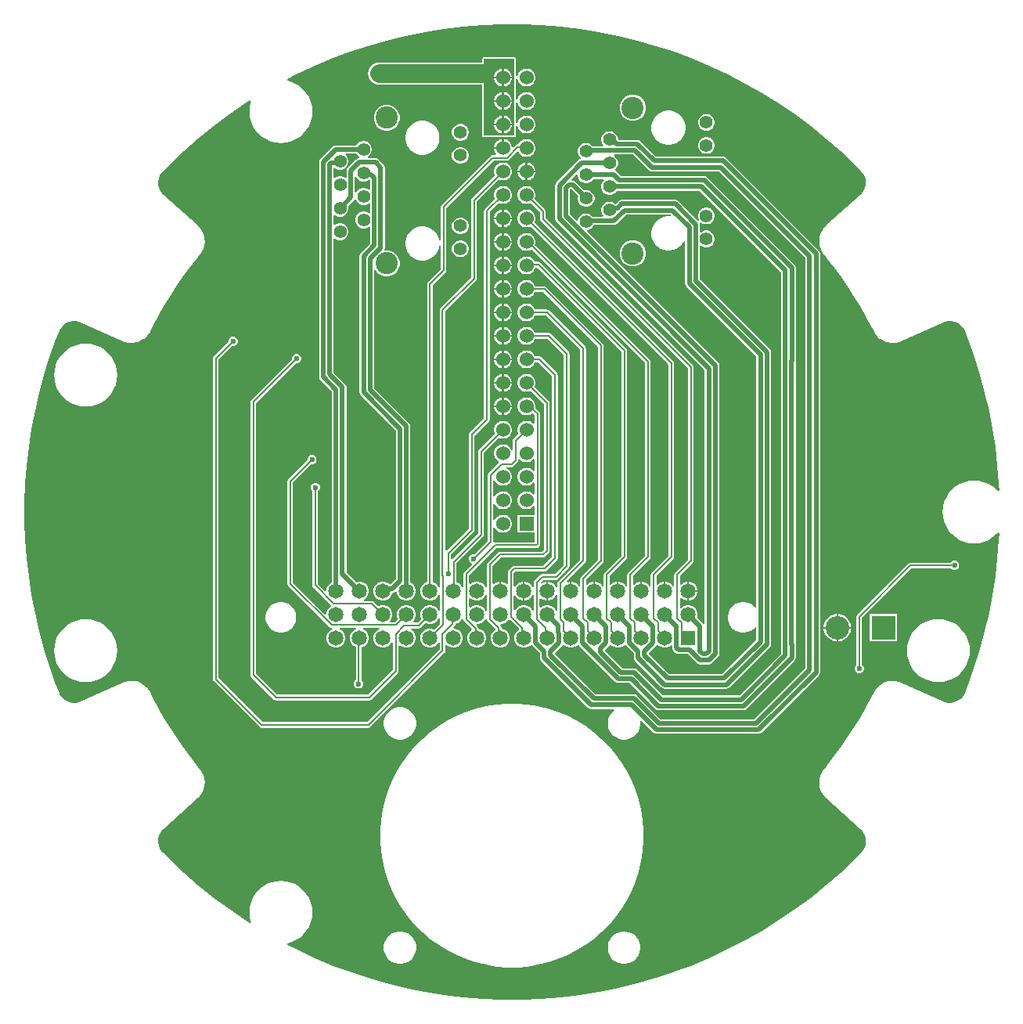
<source format=gbl>
G04*
G04 #@! TF.GenerationSoftware,Altium Limited,Altium Designer,25.5.2 (35)*
G04*
G04 Layer_Physical_Order=2*
G04 Layer_Color=16711680*
%FSLAX44Y44*%
%MOMM*%
G71*
G04*
G04 #@! TF.SameCoordinates,2E8A04ED-EBE0-48DF-805F-0E855A1817FF*
G04*
G04*
G04 #@! TF.FilePolarity,Positive*
G04*
G01*
G75*
%ADD13C,0.2000*%
%ADD47C,2.0000*%
%ADD48C,0.4900*%
%ADD49C,1.6500*%
%ADD50R,1.6500X1.6500*%
%ADD51C,2.5500*%
%ADD52C,1.5300*%
%ADD53C,1.4000*%
%ADD54C,2.4000*%
%ADD55R,1.5300X1.5300*%
%ADD56R,2.5500X2.5500*%
%ADD57C,0.6000*%
%ADD58C,0.2000*%
G36*
X561637Y1056674D02*
X582631Y1054994D01*
X603543Y1052477D01*
X624337Y1049128D01*
X644981Y1044951D01*
X665441Y1039954D01*
X685686Y1034143D01*
X705683Y1027530D01*
X725400Y1020123D01*
X744806Y1011935D01*
X763869Y1002979D01*
X782559Y993270D01*
X800847Y982822D01*
X818704Y971652D01*
X836100Y959779D01*
X853009Y947220D01*
X869403Y933997D01*
X885256Y920130D01*
X900543Y905641D01*
X907890Y898098D01*
X907890Y898097D01*
X909120Y896835D01*
X911025Y893870D01*
X912298Y890585D01*
X912889Y887110D01*
X912774Y883588D01*
X911957Y880160D01*
X910471Y876965D01*
X908376Y874131D01*
X907067Y872952D01*
X869878Y839467D01*
X869841Y839417D01*
X869789Y839383D01*
X868434Y838040D01*
X868331Y837888D01*
X868194Y837766D01*
X865896Y834723D01*
X865790Y834503D01*
X865641Y834309D01*
X863963Y830887D01*
X863900Y830650D01*
X863792Y830432D01*
X862793Y826752D01*
X862776Y826509D01*
X862711Y826274D01*
X862429Y822472D01*
X862458Y822229D01*
X862439Y821986D01*
X862883Y818199D01*
X862959Y817967D01*
X862986Y817724D01*
X864140Y814091D01*
X864258Y813877D01*
X864331Y813644D01*
X866154Y810296D01*
X866272Y810155D01*
X866351Y809989D01*
X867494Y808460D01*
X867540Y808419D01*
X867569Y808365D01*
X871521Y803571D01*
X879148Y793767D01*
X886495Y783749D01*
X893554Y773526D01*
X900321Y763107D01*
X906788Y752501D01*
X912951Y741715D01*
X918807Y730758D01*
X921578Y725198D01*
X921616Y725149D01*
X921635Y725091D01*
X922566Y723425D01*
X922686Y723285D01*
X922767Y723121D01*
X925084Y720093D01*
X925267Y719932D01*
X925415Y719737D01*
X928264Y717205D01*
X928475Y717081D01*
X928656Y716918D01*
X931935Y714972D01*
X932165Y714891D01*
X932374Y714765D01*
X935962Y713476D01*
X936204Y713440D01*
X936433Y713356D01*
X940201Y712772D01*
X940445Y712782D01*
X940686Y712744D01*
X944496Y712885D01*
X944733Y712941D01*
X944977Y712949D01*
X948691Y713811D01*
X948859Y713886D01*
X949040Y713918D01*
X950818Y714610D01*
X950870Y714644D01*
X950930Y714657D01*
X996646Y735011D01*
X998256Y735728D01*
X1001697Y736489D01*
X1005220Y736547D01*
X1008684Y735899D01*
X1011949Y734572D01*
X1014882Y732619D01*
X1017366Y730119D01*
X1019300Y727173D01*
X1019953Y725536D01*
X1023664Y716236D01*
X1030375Y697366D01*
X1036364Y678256D01*
X1041624Y658932D01*
X1046147Y639421D01*
X1049926Y619754D01*
X1052956Y599958D01*
X1055232Y580060D01*
X1056751Y560090D01*
X1057019Y553041D01*
X1055622Y552495D01*
X1054183Y554180D01*
X1050113Y557655D01*
X1045550Y560452D01*
X1040606Y562500D01*
X1035402Y563749D01*
X1030067Y564169D01*
X1024732Y563749D01*
X1019528Y562500D01*
X1014583Y560452D01*
X1010020Y557655D01*
X1005951Y554180D01*
X1002475Y550110D01*
X999679Y545547D01*
X997631Y540603D01*
X996381Y535399D01*
X995962Y530064D01*
X996381Y524729D01*
X997631Y519525D01*
X999679Y514580D01*
X1002475Y510017D01*
X1005951Y505948D01*
X1010020Y502472D01*
X1014583Y499676D01*
X1019528Y497628D01*
X1024732Y496379D01*
X1030067Y495959D01*
X1035402Y496379D01*
X1040606Y497628D01*
X1045550Y499676D01*
X1050113Y502472D01*
X1054183Y505948D01*
X1055622Y507633D01*
X1057019Y507087D01*
X1056751Y500037D01*
X1055232Y480068D01*
X1052956Y460170D01*
X1049926Y440373D01*
X1046147Y420706D01*
X1041624Y401196D01*
X1036364Y381872D01*
X1030375Y362761D01*
X1023664Y343891D01*
X1019953Y334591D01*
X1019300Y332955D01*
X1017366Y330009D01*
X1014882Y327509D01*
X1011949Y325556D01*
X1008684Y324229D01*
X1005221Y323581D01*
X1001697Y323639D01*
X998256Y324399D01*
X996646Y325116D01*
X950930Y345470D01*
X950870Y345484D01*
X950818Y345517D01*
X949040Y346209D01*
X948859Y346241D01*
X948691Y346317D01*
X944977Y347178D01*
X944733Y347186D01*
X944496Y347243D01*
X940686Y347384D01*
X940445Y347345D01*
X940201Y347355D01*
X936433Y346771D01*
X936204Y346688D01*
X935962Y346651D01*
X932374Y345363D01*
X932165Y345237D01*
X931935Y345156D01*
X928656Y343210D01*
X928475Y343047D01*
X928264Y342923D01*
X925415Y340390D01*
X925267Y340196D01*
X925084Y340034D01*
X922767Y337007D01*
X922685Y336842D01*
X922566Y336702D01*
X921635Y335037D01*
X921615Y334978D01*
X921578Y334929D01*
X918807Y329371D01*
X912952Y318413D01*
X906788Y307627D01*
X900321Y297020D01*
X893554Y286601D01*
X886495Y276379D01*
X879148Y266361D01*
X871521Y256556D01*
X867569Y251763D01*
X867540Y251709D01*
X867494Y251667D01*
X866351Y250139D01*
X866272Y249973D01*
X866154Y249832D01*
X864331Y246483D01*
X864258Y246250D01*
X864140Y246036D01*
X862986Y242403D01*
X862959Y242160D01*
X862883Y241928D01*
X862439Y238142D01*
X862458Y237898D01*
X862429Y237656D01*
X862711Y233854D01*
X862776Y233619D01*
X862793Y233375D01*
X863792Y229696D01*
X863900Y229477D01*
X863963Y229241D01*
X865641Y225818D01*
X865790Y225624D01*
X865896Y225404D01*
X868194Y222362D01*
X868331Y222240D01*
X868434Y222087D01*
X869789Y220744D01*
X869841Y220710D01*
X869878Y220661D01*
X907067Y187176D01*
X907067Y187175D01*
X908376Y185996D01*
X910471Y183162D01*
X911957Y179967D01*
X912774Y176539D01*
X912889Y173017D01*
X912298Y169543D01*
X911025Y166257D01*
X909120Y163292D01*
X900543Y154487D01*
X885255Y139997D01*
X869402Y126130D01*
X853008Y112907D01*
X836100Y100349D01*
X818704Y88475D01*
X800847Y77306D01*
X782559Y66858D01*
X763869Y57148D01*
X744805Y48192D01*
X725400Y40005D01*
X705683Y32598D01*
X685686Y25984D01*
X665441Y20174D01*
X644981Y15177D01*
X624337Y11000D01*
X603543Y7650D01*
X582631Y5133D01*
X561637Y3453D01*
X540591Y2613D01*
X519529Y2613D01*
X498484Y3453D01*
X477489Y5133D01*
X456577Y7650D01*
X435783Y11000D01*
X415139Y15177D01*
X394679Y20174D01*
X374434Y25984D01*
X354437Y32598D01*
X334720Y40005D01*
X315315Y48192D01*
X296251Y57148D01*
X286667Y62127D01*
X286862Y63716D01*
X290606Y64615D01*
X295550Y66663D01*
X300113Y69460D01*
X304183Y72935D01*
X307658Y77005D01*
X310455Y81568D01*
X312503Y86512D01*
X313752Y91716D01*
X314172Y97051D01*
X313752Y102386D01*
X312503Y107590D01*
X310455Y112535D01*
X307658Y117098D01*
X304183Y121167D01*
X300113Y124643D01*
X295550Y127439D01*
X290606Y129487D01*
X285402Y130736D01*
X280067Y131156D01*
X274732Y130736D01*
X269528Y129487D01*
X264583Y127439D01*
X260020Y124643D01*
X255951Y121167D01*
X252475Y117098D01*
X249679Y112535D01*
X247631Y107590D01*
X246381Y102386D01*
X245962Y97051D01*
X246381Y91716D01*
X247631Y86512D01*
X247764Y86189D01*
X246619Y85221D01*
X241416Y88475D01*
X224020Y100349D01*
X207111Y112907D01*
X190717Y126130D01*
X174865Y139997D01*
X159577Y154487D01*
X152229Y162030D01*
X152229Y162030D01*
X151000Y163292D01*
X149095Y166257D01*
X147822Y169543D01*
X147231Y173017D01*
X147346Y176539D01*
X148163Y179967D01*
X149649Y183162D01*
X151744Y185996D01*
X153053Y187176D01*
X190242Y220661D01*
X190279Y220710D01*
X190331Y220744D01*
X191686Y222087D01*
X191789Y222240D01*
X191926Y222362D01*
X194224Y225404D01*
X194330Y225624D01*
X194478Y225818D01*
X196157Y229241D01*
X196220Y229477D01*
X196328Y229696D01*
X197327Y233375D01*
X197344Y233619D01*
X197409Y233854D01*
X197691Y237656D01*
X197661Y237898D01*
X197681Y238142D01*
X197237Y241928D01*
X197161Y242160D01*
X197134Y242403D01*
X195979Y246036D01*
X195861Y246250D01*
X195789Y246483D01*
X193966Y249832D01*
X193848Y249973D01*
X193769Y250138D01*
X192626Y251667D01*
X192581Y251709D01*
X192551Y251763D01*
X188599Y256556D01*
X180972Y266361D01*
X173625Y276379D01*
X166566Y286601D01*
X159800Y297020D01*
X153332Y307627D01*
X147168Y318413D01*
X141313Y329370D01*
X138542Y334929D01*
X138504Y334978D01*
X138485Y335037D01*
X137554Y336702D01*
X137434Y336842D01*
X137353Y337007D01*
X135036Y340034D01*
X134853Y340196D01*
X134705Y340390D01*
X131856Y342923D01*
X131645Y343047D01*
X131463Y343210D01*
X128185Y345156D01*
X127955Y345237D01*
X127746Y345363D01*
X124157Y346651D01*
X123916Y346688D01*
X123687Y346771D01*
X119919Y347355D01*
X119675Y347345D01*
X119434Y347384D01*
X115624Y347243D01*
X115387Y347186D01*
X115143Y347178D01*
X111429Y346317D01*
X111261Y346241D01*
X111081Y346209D01*
X109302Y345517D01*
X109250Y345484D01*
X109190Y345470D01*
X63474Y325116D01*
X61864Y324399D01*
X58423Y323639D01*
X54899Y323581D01*
X51435Y324229D01*
X48171Y325556D01*
X45238Y327509D01*
X42754Y330009D01*
X40820Y332955D01*
X40167Y334591D01*
X36456Y343891D01*
X29745Y362761D01*
X23756Y381872D01*
X18496Y401196D01*
X13973Y420707D01*
X10194Y440373D01*
X7164Y460170D01*
X4888Y480068D01*
X3369Y500037D01*
X2609Y520050D01*
X2609Y540077D01*
X3369Y560090D01*
X4888Y580060D01*
X7164Y599958D01*
X10194Y619754D01*
X13973Y639421D01*
X18496Y658932D01*
X23756Y678256D01*
X29745Y697366D01*
X36456Y716236D01*
X40167Y725536D01*
X40820Y727173D01*
X42754Y730119D01*
X45238Y732619D01*
X48171Y734572D01*
X51435Y735899D01*
X54899Y736547D01*
X58423Y736489D01*
X61864Y735728D01*
X63474Y735012D01*
X109190Y714657D01*
X109250Y714644D01*
X109302Y714610D01*
X111080Y713918D01*
X111261Y713886D01*
X111429Y713811D01*
X115143Y712949D01*
X115387Y712941D01*
X115624Y712885D01*
X119434Y712744D01*
X119675Y712782D01*
X119919Y712772D01*
X123687Y713356D01*
X123916Y713440D01*
X124157Y713476D01*
X127746Y714765D01*
X127955Y714890D01*
X128185Y714972D01*
X131463Y716918D01*
X131645Y717081D01*
X131856Y717204D01*
X134705Y719737D01*
X134853Y719932D01*
X135036Y720093D01*
X137353Y723120D01*
X137434Y723285D01*
X137554Y723425D01*
X138485Y725091D01*
X138505Y725149D01*
X138542Y725198D01*
X141313Y730758D01*
X147168Y741714D01*
X153332Y752501D01*
X159799Y763107D01*
X166566Y773526D01*
X173625Y783749D01*
X180972Y793767D01*
X188599Y803572D01*
X192551Y808365D01*
X192580Y808419D01*
X192626Y808460D01*
X193769Y809989D01*
X193848Y810155D01*
X193966Y810296D01*
X195789Y813644D01*
X195862Y813877D01*
X195979Y814091D01*
X197134Y817724D01*
X197161Y817967D01*
X197237Y818199D01*
X197681Y821986D01*
X197661Y822229D01*
X197691Y822472D01*
X197409Y826274D01*
X197344Y826509D01*
X197327Y826752D01*
X196329Y830432D01*
X196220Y830650D01*
X196157Y830887D01*
X194478Y834309D01*
X194330Y834503D01*
X194224Y834723D01*
X191926Y837766D01*
X191789Y837888D01*
X191686Y838040D01*
X190331Y839383D01*
X190279Y839417D01*
X190242Y839467D01*
X153053Y872952D01*
X151744Y874131D01*
X149649Y876965D01*
X148163Y880160D01*
X147346Y883588D01*
X147231Y887110D01*
X147822Y890584D01*
X149095Y893870D01*
X151000Y896835D01*
X159577Y905641D01*
X174865Y920130D01*
X190718Y933997D01*
X207111Y947221D01*
X224020Y959779D01*
X241416Y971652D01*
X246619Y974907D01*
X247764Y973938D01*
X247631Y973616D01*
X246381Y968412D01*
X245962Y963076D01*
X246381Y957741D01*
X247631Y952537D01*
X249679Y947593D01*
X252475Y943030D01*
X255951Y938960D01*
X260020Y935485D01*
X264583Y932689D01*
X269528Y930641D01*
X274732Y929391D01*
X280067Y928971D01*
X285402Y929391D01*
X290606Y930641D01*
X295550Y932689D01*
X300113Y935485D01*
X304183Y938960D01*
X307658Y943030D01*
X310455Y947593D01*
X312503Y952537D01*
X313752Y957741D01*
X314172Y963076D01*
X313752Y968412D01*
X312503Y973616D01*
X310455Y978560D01*
X307658Y983123D01*
X304183Y987192D01*
X300113Y990668D01*
X295550Y993464D01*
X290606Y995512D01*
X286862Y996411D01*
X286667Y998000D01*
X296251Y1002979D01*
X315315Y1011935D01*
X334720Y1020123D01*
X354437Y1027530D01*
X374434Y1034143D01*
X394679Y1039954D01*
X415139Y1044951D01*
X435783Y1049128D01*
X456577Y1052477D01*
X477489Y1054994D01*
X498483Y1056674D01*
X519529Y1057515D01*
X540591D01*
X561637Y1056674D01*
D02*
G37*
%LPC*%
G36*
X532500Y1021849D02*
X499750D01*
X498970Y1021694D01*
X498308Y1021252D01*
X497866Y1020590D01*
X497711Y1019810D01*
Y1016104D01*
X386500D01*
X383367Y1015691D01*
X380448Y1014482D01*
X377942Y1012559D01*
X376018Y1010052D01*
X374809Y1007133D01*
X374396Y1004000D01*
X374809Y1000867D01*
X376018Y997948D01*
X377942Y995442D01*
X380448Y993518D01*
X383367Y992309D01*
X386500Y991896D01*
X497711D01*
Y937260D01*
X497866Y936480D01*
X498308Y935818D01*
X498970Y935376D01*
X499750Y935221D01*
X532500D01*
X533280Y935376D01*
X533942Y935818D01*
X534384Y936480D01*
X534539Y937260D01*
Y947685D01*
X536000Y947779D01*
X536658Y945325D01*
X537928Y943125D01*
X539725Y941328D01*
X541925Y940058D01*
X544380Y939400D01*
X546920D01*
X549375Y940058D01*
X551575Y941328D01*
X553372Y943125D01*
X554642Y945325D01*
X555300Y947779D01*
Y950321D01*
X554642Y952775D01*
X553372Y954975D01*
X551575Y956772D01*
X549375Y958042D01*
X546920Y958700D01*
X544380D01*
X541925Y958042D01*
X539725Y956772D01*
X537928Y954975D01*
X536658Y952775D01*
X536000Y950321D01*
X534539Y950415D01*
Y973085D01*
X536000Y973179D01*
X536658Y970725D01*
X537928Y968525D01*
X539725Y966728D01*
X541925Y965458D01*
X544380Y964800D01*
X546920D01*
X549375Y965458D01*
X551575Y966728D01*
X553372Y968525D01*
X554642Y970725D01*
X555300Y973179D01*
Y975721D01*
X554642Y978175D01*
X553372Y980375D01*
X551575Y982172D01*
X549375Y983442D01*
X546920Y984100D01*
X544380D01*
X541925Y983442D01*
X539725Y982172D01*
X537928Y980375D01*
X536658Y978175D01*
X536000Y975721D01*
X534539Y975815D01*
Y998485D01*
X536000Y998579D01*
X536658Y996125D01*
X537928Y993925D01*
X539725Y992128D01*
X541925Y990858D01*
X544380Y990200D01*
X546920D01*
X549375Y990858D01*
X551575Y992128D01*
X553372Y993925D01*
X554642Y996125D01*
X555300Y998579D01*
Y1001121D01*
X554642Y1003575D01*
X553372Y1005775D01*
X551575Y1007572D01*
X549375Y1008842D01*
X546920Y1009500D01*
X544380D01*
X541925Y1008842D01*
X539725Y1007572D01*
X537928Y1005775D01*
X536658Y1003575D01*
X536000Y1001121D01*
X534539Y1001215D01*
Y1019810D01*
X534384Y1020590D01*
X533942Y1021252D01*
X533280Y1021694D01*
X532500Y1021849D01*
D02*
G37*
G36*
X662593Y981100D02*
X658907D01*
X655346Y980146D01*
X652154Y978303D01*
X649547Y975696D01*
X647704Y972504D01*
X646750Y968943D01*
Y965257D01*
X647704Y961696D01*
X649547Y958504D01*
X652154Y955897D01*
X655346Y954054D01*
X658907Y953100D01*
X662593D01*
X666154Y954054D01*
X669346Y955897D01*
X671953Y958504D01*
X673796Y961696D01*
X674750Y965257D01*
Y968943D01*
X673796Y972504D01*
X671953Y975696D01*
X669346Y978303D01*
X666154Y980146D01*
X662593Y981100D01*
D02*
G37*
G36*
X741535Y960350D02*
X739165D01*
X736876Y959737D01*
X734824Y958552D01*
X733148Y956876D01*
X731963Y954824D01*
X731350Y952535D01*
Y950165D01*
X731963Y947876D01*
X733148Y945824D01*
X734824Y944148D01*
X736876Y942963D01*
X739165Y942350D01*
X741535D01*
X743824Y942963D01*
X745876Y944148D01*
X747552Y945824D01*
X748737Y947876D01*
X749350Y950165D01*
Y952535D01*
X748737Y954824D01*
X747552Y956876D01*
X745876Y958552D01*
X743824Y959737D01*
X741535Y960350D01*
D02*
G37*
G36*
X396413Y970320D02*
X392727D01*
X389166Y969366D01*
X385974Y967523D01*
X383367Y964916D01*
X381524Y961724D01*
X380570Y958163D01*
Y954477D01*
X381524Y950916D01*
X383367Y947724D01*
X385974Y945117D01*
X389166Y943274D01*
X392727Y942320D01*
X396413D01*
X399974Y943274D01*
X403166Y945117D01*
X405773Y947724D01*
X407616Y950916D01*
X408570Y954477D01*
Y958163D01*
X407616Y961724D01*
X405773Y964916D01*
X403166Y967523D01*
X399974Y969366D01*
X396413Y970320D01*
D02*
G37*
G36*
X475355Y949570D02*
X472985D01*
X470696Y948957D01*
X468644Y947772D01*
X466968Y946096D01*
X465783Y944044D01*
X465170Y941755D01*
Y939385D01*
X465783Y937096D01*
X466968Y935044D01*
X468644Y933368D01*
X470696Y932183D01*
X472985Y931570D01*
X475355D01*
X477644Y932183D01*
X479696Y933368D01*
X481372Y935044D01*
X482557Y937096D01*
X483170Y939385D01*
Y941755D01*
X482557Y944044D01*
X481372Y946096D01*
X479696Y947772D01*
X477644Y948957D01*
X475355Y949570D01*
D02*
G37*
G36*
X701072Y964000D02*
X697428D01*
X693854Y963289D01*
X690487Y961895D01*
X687457Y959870D01*
X684880Y957293D01*
X682856Y954263D01*
X681461Y950896D01*
X680750Y947322D01*
Y943678D01*
X681461Y940104D01*
X682856Y936737D01*
X684880Y933707D01*
X687457Y931130D01*
X690487Y929106D01*
X693854Y927711D01*
X697428Y927000D01*
X701072D01*
X704646Y927711D01*
X708013Y929106D01*
X711043Y931130D01*
X713620Y933707D01*
X715645Y936737D01*
X717039Y940104D01*
X717750Y943678D01*
Y947322D01*
X717039Y950896D01*
X715645Y954263D01*
X713620Y957293D01*
X711043Y959870D01*
X708013Y961895D01*
X704646Y963289D01*
X701072Y964000D01*
D02*
G37*
G36*
X636935Y941800D02*
X634565D01*
X632276Y941187D01*
X630224Y940002D01*
X628548Y938326D01*
X627363Y936274D01*
X626750Y933985D01*
Y931615D01*
X627363Y929326D01*
X628548Y927274D01*
X628779Y927043D01*
X628158Y925543D01*
X617600D01*
X617552Y925626D01*
X615876Y927302D01*
X613824Y928487D01*
X611535Y929100D01*
X609165D01*
X606876Y928487D01*
X604824Y927302D01*
X603148Y925626D01*
X601963Y923574D01*
X601350Y921285D01*
Y918915D01*
X601963Y916626D01*
X603148Y914574D01*
X604445Y913277D01*
X604173Y911892D01*
X604025Y911664D01*
X603664Y911592D01*
X602192Y910608D01*
X578042Y886458D01*
X577058Y884986D01*
X576713Y883250D01*
Y847049D01*
X577058Y845313D01*
X578042Y843841D01*
X738523Y683360D01*
Y409133D01*
X737023Y408678D01*
X736468Y409508D01*
X730285Y415691D01*
X730810Y417651D01*
Y420349D01*
X730111Y422956D01*
X728762Y425294D01*
X726854Y427202D01*
X724516Y428551D01*
X721909Y429250D01*
X719211D01*
X716604Y428551D01*
X714266Y427202D01*
X713219Y426154D01*
X711719Y426776D01*
Y436624D01*
X713219Y437246D01*
X714266Y436198D01*
X716604Y434849D01*
X719211Y434150D01*
X719560D01*
Y444400D01*
Y454650D01*
X719211D01*
X716604Y453951D01*
X714266Y452602D01*
X713219Y451554D01*
X711719Y452176D01*
Y461013D01*
X725913Y475207D01*
X725913Y475207D01*
X726576Y476199D01*
X726809Y477370D01*
X726809Y477370D01*
Y686750D01*
X726576Y687921D01*
X725913Y688913D01*
X566559Y848267D01*
Y855000D01*
X566326Y856171D01*
X565663Y857163D01*
X554298Y868528D01*
X554642Y869125D01*
X555300Y871580D01*
Y874120D01*
X554642Y876575D01*
X553372Y878775D01*
X551575Y880572D01*
X549375Y881842D01*
X546920Y882500D01*
X544380D01*
X541925Y881842D01*
X539725Y880572D01*
X537928Y878775D01*
X536658Y876575D01*
X536000Y874120D01*
Y871580D01*
X536658Y869125D01*
X537928Y866925D01*
X539725Y865128D01*
X541925Y863858D01*
X544380Y863200D01*
X546920D01*
X549375Y863858D01*
X549972Y864202D01*
X560441Y853733D01*
Y847000D01*
X560441Y847000D01*
X560674Y845829D01*
X561337Y844837D01*
X720691Y685483D01*
Y478637D01*
X706497Y464443D01*
X705834Y463451D01*
X705601Y462280D01*
X705601Y462280D01*
Y449815D01*
X704101Y449413D01*
X703362Y450694D01*
X701454Y452602D01*
X699116Y453951D01*
X696509Y454650D01*
X696160D01*
Y444400D01*
X694160D01*
Y454650D01*
X693811D01*
X691204Y453951D01*
X688866Y452602D01*
X687819Y451554D01*
X686319Y452176D01*
Y461013D01*
X704473Y479167D01*
X705136Y480159D01*
X705369Y481330D01*
Y690790D01*
X705369Y690790D01*
X705136Y691961D01*
X704473Y692953D01*
X554298Y843128D01*
X554642Y843725D01*
X555300Y846180D01*
Y848720D01*
X554642Y851175D01*
X553372Y853375D01*
X551575Y855172D01*
X549375Y856442D01*
X546920Y857100D01*
X544380D01*
X541925Y856442D01*
X539725Y855172D01*
X537928Y853375D01*
X536658Y851175D01*
X536000Y848720D01*
Y846180D01*
X536658Y843725D01*
X537928Y841525D01*
X539725Y839728D01*
X541925Y838458D01*
X544380Y837800D01*
X546920D01*
X549375Y838458D01*
X549972Y838802D01*
X699251Y689523D01*
Y482597D01*
X681097Y464443D01*
X680434Y463451D01*
X680201Y462280D01*
X680201Y462280D01*
Y449815D01*
X678701Y449413D01*
X677962Y450694D01*
X676054Y452602D01*
X673716Y453951D01*
X671109Y454650D01*
X670760D01*
Y444400D01*
X668760D01*
Y454650D01*
X668411D01*
X665804Y453951D01*
X663466Y452602D01*
X662419Y451554D01*
X660919Y452176D01*
Y461013D01*
X679073Y479167D01*
X679736Y480159D01*
X679969Y481330D01*
Y692610D01*
X679736Y693781D01*
X679073Y694773D01*
X679073Y694773D01*
X554828Y819018D01*
X555300Y820779D01*
Y823320D01*
X554642Y825775D01*
X553372Y827975D01*
X551575Y829772D01*
X549375Y831042D01*
X546920Y831700D01*
X544380D01*
X541925Y831042D01*
X539725Y829772D01*
X537928Y827975D01*
X536658Y825775D01*
X536000Y823320D01*
Y820779D01*
X536658Y818325D01*
X537928Y816125D01*
X539725Y814328D01*
X541925Y813058D01*
X544380Y812400D01*
X546920D01*
X549375Y813058D01*
X551126Y814069D01*
X673851Y691343D01*
Y482597D01*
X655697Y464443D01*
X655034Y463451D01*
X654801Y462280D01*
X654801Y462280D01*
Y449815D01*
X653301Y449413D01*
X652562Y450694D01*
X650654Y452602D01*
X648316Y453951D01*
X645709Y454650D01*
X645360D01*
Y444400D01*
X643360D01*
Y454650D01*
X643011D01*
X640404Y453951D01*
X638066Y452602D01*
X637019Y451554D01*
X635519Y452176D01*
Y461013D01*
X653673Y479167D01*
X654336Y480159D01*
X654569Y481330D01*
Y704740D01*
X654336Y705911D01*
X653673Y706903D01*
X560853Y799723D01*
X559861Y800386D01*
X558690Y800619D01*
X558690Y800619D01*
X554501D01*
X553372Y802575D01*
X551575Y804372D01*
X549375Y805642D01*
X546920Y806300D01*
X544380D01*
X541925Y805642D01*
X539725Y804372D01*
X537928Y802575D01*
X536658Y800375D01*
X536000Y797921D01*
Y795379D01*
X536658Y792925D01*
X537928Y790725D01*
X539725Y788928D01*
X541925Y787658D01*
X544380Y787000D01*
X546920D01*
X549375Y787658D01*
X551575Y788928D01*
X553372Y790725D01*
X554642Y792925D01*
X555065Y794501D01*
X557423D01*
X648451Y703473D01*
Y482597D01*
X630297Y464443D01*
X629634Y463451D01*
X629401Y462280D01*
X629401Y462280D01*
Y449815D01*
X627901Y449413D01*
X627162Y450694D01*
X625254Y452602D01*
X622916Y453951D01*
X620309Y454650D01*
X619960D01*
Y444400D01*
X617960D01*
Y454650D01*
X617611D01*
X615004Y453951D01*
X612666Y452602D01*
X611619Y451554D01*
X610119Y452176D01*
Y456793D01*
X628273Y474947D01*
X628936Y475939D01*
X629169Y477110D01*
Y709890D01*
X629169Y709890D01*
X628936Y711061D01*
X628273Y712053D01*
X628273Y712053D01*
X567273Y773053D01*
X566281Y773716D01*
X565110Y773949D01*
X565110Y773949D01*
X554917D01*
X554642Y774975D01*
X553372Y777175D01*
X551575Y778972D01*
X549375Y780242D01*
X546920Y780900D01*
X544380D01*
X541925Y780242D01*
X539725Y778972D01*
X537928Y777175D01*
X536658Y774975D01*
X536000Y772521D01*
Y769979D01*
X536658Y767525D01*
X537928Y765325D01*
X539725Y763528D01*
X541925Y762258D01*
X544380Y761600D01*
X546920D01*
X549375Y762258D01*
X551575Y763528D01*
X553372Y765325D01*
X554642Y767525D01*
X554724Y767831D01*
X563843D01*
X623051Y708623D01*
Y478377D01*
X604897Y460223D01*
X604234Y459230D01*
X604001Y458060D01*
X604001Y458060D01*
Y449815D01*
X602501Y449413D01*
X601762Y450694D01*
X599854Y452602D01*
X597516Y453951D01*
X594909Y454650D01*
X594560D01*
Y444400D01*
X592560D01*
Y454650D01*
X592211D01*
X590348Y454151D01*
X589572Y455496D01*
X609223Y475147D01*
X609223Y475147D01*
X609886Y476139D01*
X610119Y477310D01*
Y706940D01*
X610119Y706940D01*
X609886Y708111D01*
X609223Y709103D01*
X609223Y709103D01*
X570313Y748013D01*
X569320Y748676D01*
X568150Y748909D01*
X568150Y748909D01*
X554821D01*
X554642Y749575D01*
X553372Y751775D01*
X551575Y753572D01*
X549375Y754842D01*
X546920Y755500D01*
X544380D01*
X541925Y754842D01*
X539725Y753572D01*
X537928Y751775D01*
X536658Y749575D01*
X536000Y747121D01*
Y744579D01*
X536658Y742125D01*
X537928Y739925D01*
X539725Y738128D01*
X541925Y736858D01*
X544380Y736200D01*
X546920D01*
X549375Y736858D01*
X551575Y738128D01*
X553372Y739925D01*
X554642Y742125D01*
X554821Y742791D01*
X566883D01*
X604001Y705673D01*
Y478577D01*
X580147Y454723D01*
X579484Y453731D01*
X579251Y452560D01*
X579251Y452560D01*
Y448405D01*
X577751Y448208D01*
X577711Y448356D01*
X576362Y450694D01*
X574454Y452602D01*
X572116Y453951D01*
X569509Y454650D01*
X569160D01*
Y444400D01*
Y434150D01*
X569509D01*
X572116Y434849D01*
X574454Y436198D01*
X576362Y438106D01*
X577711Y440444D01*
X577751Y440592D01*
X579251Y440395D01*
Y423005D01*
X577751Y422808D01*
X577711Y422956D01*
X576362Y425294D01*
X574454Y427202D01*
X572116Y428551D01*
X569509Y429250D01*
X566811D01*
X564204Y428551D01*
X561866Y427202D01*
X561355Y426690D01*
X559969Y427264D01*
Y436136D01*
X561355Y436710D01*
X561866Y436198D01*
X564204Y434849D01*
X566811Y434150D01*
X567160D01*
Y444400D01*
Y454650D01*
X566811D01*
X564204Y453951D01*
X561866Y452602D01*
X560896Y453700D01*
X563877Y456681D01*
X577850D01*
X577850Y456681D01*
X579021Y456914D01*
X580013Y457577D01*
X591443Y469007D01*
X592106Y470000D01*
X592339Y471170D01*
Y701040D01*
X592339Y701040D01*
X592106Y702210D01*
X591443Y703203D01*
X572033Y722613D01*
X571040Y723276D01*
X569870Y723509D01*
X569870Y723509D01*
X554821D01*
X554642Y724175D01*
X553372Y726375D01*
X551575Y728172D01*
X549375Y729442D01*
X546920Y730100D01*
X544380D01*
X541925Y729442D01*
X539725Y728172D01*
X537928Y726375D01*
X536658Y724175D01*
X536000Y721721D01*
Y719180D01*
X536658Y716725D01*
X537928Y714525D01*
X539725Y712728D01*
X541925Y711458D01*
X544380Y710800D01*
X546920D01*
X549375Y711458D01*
X551575Y712728D01*
X553372Y714525D01*
X554642Y716725D01*
X554821Y717391D01*
X568603D01*
X586221Y699773D01*
Y472437D01*
X576583Y462799D01*
X562610D01*
X561440Y462566D01*
X560447Y461903D01*
X560447Y461903D01*
X554747Y456203D01*
X554084Y455210D01*
X553851Y454040D01*
X553851Y454040D01*
Y448405D01*
X552351Y448208D01*
X552312Y448356D01*
X550962Y450694D01*
X549054Y452602D01*
X546716Y453951D01*
X544109Y454650D01*
X543760D01*
Y444400D01*
Y434150D01*
X544109D01*
X546716Y434849D01*
X549054Y436198D01*
X550962Y438106D01*
X552312Y440444D01*
X552351Y440592D01*
X553851Y440395D01*
Y423005D01*
X552351Y422808D01*
X552312Y422956D01*
X550962Y425294D01*
X549054Y427202D01*
X546716Y428551D01*
X544109Y429250D01*
X541411D01*
X538804Y428551D01*
X536466Y427202D01*
X534558Y425294D01*
X533517Y423490D01*
X532017Y423892D01*
Y439508D01*
X533517Y439910D01*
X534558Y438106D01*
X536466Y436198D01*
X538804Y434849D01*
X541411Y434150D01*
X541760D01*
Y444400D01*
Y454650D01*
X541411D01*
X538804Y453951D01*
X536466Y452602D01*
X534558Y450694D01*
X533517Y448890D01*
X532017Y449292D01*
Y464191D01*
X533397Y465571D01*
X565150D01*
X565150Y465571D01*
X566320Y465804D01*
X567313Y466467D01*
X578743Y477897D01*
X579406Y478890D01*
X579639Y480060D01*
Y678180D01*
X579406Y679351D01*
X578743Y680343D01*
X578743Y680343D01*
X561873Y697213D01*
X560881Y697876D01*
X559710Y698109D01*
X559710Y698109D01*
X554821D01*
X554642Y698775D01*
X553372Y700975D01*
X551575Y702772D01*
X549375Y704042D01*
X546920Y704700D01*
X544380D01*
X541925Y704042D01*
X539725Y702772D01*
X537928Y700975D01*
X536658Y698775D01*
X536000Y696320D01*
Y693780D01*
X536658Y691325D01*
X537928Y689125D01*
X539725Y687328D01*
X541925Y686058D01*
X544380Y685400D01*
X546920D01*
X549375Y686058D01*
X551575Y687328D01*
X553372Y689125D01*
X554642Y691325D01*
X554821Y691991D01*
X558443D01*
X573521Y676913D01*
Y481327D01*
X563883Y471689D01*
X532130D01*
X532130Y471689D01*
X530960Y471456D01*
X529967Y470793D01*
X526795Y467621D01*
X526132Y466628D01*
X525899Y465458D01*
X525899Y465458D01*
Y452478D01*
X524399Y451857D01*
X523654Y452602D01*
X521316Y453951D01*
X518709Y454650D01*
X518360D01*
Y444400D01*
X516360D01*
Y454650D01*
X516011D01*
X513404Y453951D01*
X511066Y452602D01*
X510555Y452090D01*
X509169Y452664D01*
Y471823D01*
X518157Y480811D01*
X563880D01*
X563880Y480811D01*
X565051Y481044D01*
X566043Y481707D01*
X569853Y485517D01*
X570516Y486510D01*
X570749Y487680D01*
X570749Y487680D01*
Y647610D01*
X570516Y648781D01*
X569853Y649773D01*
X554298Y665328D01*
X554642Y665925D01*
X555300Y668380D01*
Y670920D01*
X554642Y673375D01*
X553372Y675575D01*
X551575Y677372D01*
X549375Y678642D01*
X546920Y679300D01*
X544380D01*
X541925Y678642D01*
X539725Y677372D01*
X537928Y675575D01*
X536658Y673375D01*
X536000Y670920D01*
Y668380D01*
X536658Y665925D01*
X537928Y663725D01*
X539725Y661928D01*
X541925Y660658D01*
X544380Y660000D01*
X546920D01*
X549375Y660658D01*
X549972Y661002D01*
X564631Y646343D01*
Y488947D01*
X562613Y486929D01*
X516890D01*
X516890Y486929D01*
X515719Y486696D01*
X514727Y486033D01*
X503947Y475253D01*
X503284Y474260D01*
X503051Y473090D01*
X503051Y473090D01*
Y448405D01*
X501551Y448208D01*
X501511Y448356D01*
X500162Y450694D01*
X498254Y452602D01*
X495916Y453951D01*
X493309Y454650D01*
X490611D01*
X488004Y453951D01*
X485666Y452602D01*
X485059Y451994D01*
X483559Y452616D01*
Y461453D01*
X513077Y490971D01*
X556358D01*
X556358Y490971D01*
X557529Y491204D01*
X558521Y491867D01*
X559693Y493039D01*
X559693Y493039D01*
X560356Y494031D01*
X560589Y495202D01*
X560589Y495202D01*
Y636270D01*
X560356Y637441D01*
X559693Y638433D01*
X559693Y638433D01*
X557086Y641040D01*
X556179Y641646D01*
X555204Y642621D01*
X555300Y642980D01*
Y645520D01*
X554642Y647975D01*
X553372Y650175D01*
X551575Y651972D01*
X549375Y653242D01*
X546920Y653900D01*
X544380D01*
X541925Y653242D01*
X539725Y651972D01*
X537928Y650175D01*
X536658Y647975D01*
X536000Y645520D01*
Y642980D01*
X536658Y640525D01*
X537928Y638325D01*
X539725Y636528D01*
X541925Y635258D01*
X544380Y634600D01*
X546920D01*
X549375Y635258D01*
X551575Y636528D01*
X552459Y636714D01*
X553367Y636108D01*
X554471Y635003D01*
Y625742D01*
X552971Y625176D01*
X551575Y626572D01*
X549375Y627842D01*
X546920Y628500D01*
X544380D01*
X541925Y627842D01*
X539725Y626572D01*
X537928Y624775D01*
X536658Y622575D01*
X536000Y620121D01*
Y617579D01*
X536658Y615125D01*
X537002Y614528D01*
X531720Y609246D01*
X531057Y608254D01*
X530824Y607083D01*
X530825Y607083D01*
Y597066D01*
X529324Y596868D01*
X529242Y597175D01*
X527972Y599375D01*
X526175Y601172D01*
X523975Y602442D01*
X521520Y603100D01*
X518979D01*
X516525Y602442D01*
X514325Y601172D01*
X512528Y599375D01*
X511258Y597175D01*
X510600Y594720D01*
Y592179D01*
X511258Y589725D01*
X512528Y587525D01*
X514325Y585728D01*
X515699Y584935D01*
X515949Y583136D01*
X504837Y572024D01*
X504174Y571032D01*
X503941Y569861D01*
X503941Y569861D01*
Y498972D01*
X489322Y484353D01*
X487653D01*
X485815Y483591D01*
X484409Y482185D01*
X483647Y480347D01*
Y478358D01*
X484409Y476520D01*
X485815Y475114D01*
X486262Y474929D01*
X486614Y473159D01*
X478337Y464883D01*
X477674Y463890D01*
X477441Y462720D01*
X477441Y462720D01*
Y448900D01*
X477338Y448858D01*
X475941Y448651D01*
X474762Y450694D01*
X472854Y452602D01*
X470516Y453951D01*
X470069Y454071D01*
Y474633D01*
X498733Y503297D01*
X498733Y503297D01*
X499396Y504289D01*
X499629Y505460D01*
Y593903D01*
X515928Y610202D01*
X516525Y609858D01*
X518979Y609200D01*
X521520D01*
X523975Y609858D01*
X526175Y611128D01*
X527972Y612925D01*
X529242Y615125D01*
X529900Y617579D01*
Y620121D01*
X529242Y622575D01*
X527972Y624775D01*
X526175Y626572D01*
X523975Y627842D01*
X521520Y628500D01*
X518979D01*
X516525Y627842D01*
X514325Y626572D01*
X512528Y624775D01*
X511258Y622575D01*
X510600Y620121D01*
Y617579D01*
X511258Y615125D01*
X511602Y614528D01*
X494407Y597333D01*
X493744Y596340D01*
X493511Y595170D01*
X493511Y595170D01*
Y506727D01*
X465569Y478784D01*
X464069Y479406D01*
Y483873D01*
X488763Y508567D01*
X489426Y509560D01*
X489659Y510730D01*
X489659Y510730D01*
Y612333D01*
X505083Y627757D01*
X505083Y627757D01*
X505746Y628749D01*
X505979Y629920D01*
Y854253D01*
X515928Y864202D01*
X516525Y863858D01*
X518979Y863200D01*
X521520D01*
X523975Y863858D01*
X526175Y865128D01*
X527972Y866925D01*
X529242Y869125D01*
X529900Y871580D01*
Y874120D01*
X529242Y876575D01*
X527972Y878775D01*
X526175Y880572D01*
X523975Y881842D01*
X521520Y882500D01*
X518979D01*
X516525Y881842D01*
X514325Y880572D01*
X512528Y878775D01*
X511258Y876575D01*
X510600Y874120D01*
Y871580D01*
X511258Y869125D01*
X511602Y868528D01*
X500757Y857683D01*
X500094Y856691D01*
X499861Y855520D01*
X499861Y855520D01*
Y631187D01*
X484437Y615763D01*
X483774Y614771D01*
X483541Y613600D01*
X483541Y613600D01*
Y511997D01*
X459569Y488025D01*
X458069Y488646D01*
Y747113D01*
X491113Y780157D01*
X491113Y780157D01*
X491776Y781149D01*
X492009Y782320D01*
Y865683D01*
X515928Y889602D01*
X516525Y889258D01*
X518979Y888600D01*
X521520D01*
X523975Y889258D01*
X526175Y890528D01*
X527972Y892325D01*
X529242Y894525D01*
X529900Y896980D01*
Y899520D01*
X529242Y901975D01*
X527972Y904175D01*
X526175Y905972D01*
X523975Y907242D01*
X521520Y907900D01*
X518979D01*
X516525Y907242D01*
X514325Y905972D01*
X512528Y904175D01*
X511258Y901975D01*
X510600Y899520D01*
Y896980D01*
X511258Y894525D01*
X511602Y893928D01*
X486787Y869113D01*
X486124Y868120D01*
X485891Y866950D01*
X485891Y866950D01*
Y783587D01*
X452847Y750543D01*
X452184Y749550D01*
X451951Y748380D01*
X451951Y748380D01*
Y461087D01*
X451951Y461087D01*
X452184Y459916D01*
X452251Y459816D01*
Y448405D01*
X450751Y448208D01*
X450712Y448356D01*
X449362Y450694D01*
X447454Y452602D01*
X445116Y453951D01*
X444219Y454192D01*
Y775173D01*
X458093Y789047D01*
X458093Y789047D01*
X458756Y790040D01*
X458989Y791210D01*
X458989Y791210D01*
Y858523D01*
X510407Y909941D01*
X524661D01*
X524661Y909941D01*
X525832Y910174D01*
X526824Y910837D01*
X535336Y919349D01*
X537161Y919053D01*
X537928Y917725D01*
X539725Y915928D01*
X541925Y914658D01*
X544380Y914000D01*
X546920D01*
X549375Y914658D01*
X551575Y915928D01*
X553372Y917725D01*
X554642Y919925D01*
X555300Y922380D01*
Y924921D01*
X554642Y927375D01*
X553372Y929575D01*
X551575Y931372D01*
X549375Y932642D01*
X546920Y933300D01*
X544380D01*
X541925Y932642D01*
X539725Y931372D01*
X537928Y929575D01*
X536770Y927569D01*
X536172D01*
X535001Y927336D01*
X534009Y926673D01*
X534009Y926673D01*
X531286Y923950D01*
X529900Y924524D01*
Y924921D01*
X529242Y927375D01*
X527972Y929575D01*
X526175Y931372D01*
X523975Y932642D01*
X521520Y933300D01*
X521250D01*
Y923650D01*
X520250D01*
Y922650D01*
X510600D01*
Y922380D01*
X511258Y919925D01*
X512528Y917725D01*
X512808Y917445D01*
X512234Y916059D01*
X509140D01*
X509140Y916059D01*
X507970Y915826D01*
X506977Y915163D01*
X506977Y915163D01*
X453767Y861953D01*
X453104Y860960D01*
X452871Y859790D01*
X452871Y859790D01*
Y823389D01*
X451371Y823241D01*
X450859Y825816D01*
X449464Y829183D01*
X447440Y832213D01*
X444863Y834790D01*
X441833Y836814D01*
X438466Y838209D01*
X434892Y838920D01*
X431248D01*
X427674Y838209D01*
X424307Y836814D01*
X421277Y834790D01*
X418700Y832213D01*
X416675Y829183D01*
X415281Y825816D01*
X414570Y822242D01*
Y818598D01*
X415281Y815024D01*
X416675Y811657D01*
X418700Y808627D01*
X421277Y806050D01*
X424307Y804025D01*
X427674Y802631D01*
X431248Y801920D01*
X434892D01*
X438466Y802631D01*
X441833Y804025D01*
X444863Y806050D01*
X447440Y808627D01*
X449464Y811657D01*
X450859Y815024D01*
X451371Y817599D01*
X452871Y817451D01*
Y792477D01*
X438997Y778603D01*
X438334Y777610D01*
X438101Y776440D01*
X438101Y776440D01*
Y454192D01*
X437204Y453951D01*
X434866Y452602D01*
X432958Y450694D01*
X431609Y448356D01*
X430910Y445749D01*
Y443051D01*
X431609Y440444D01*
X432958Y438106D01*
X434866Y436198D01*
X437204Y434849D01*
X439811Y434150D01*
X442509D01*
X445116Y434849D01*
X447454Y436198D01*
X449362Y438106D01*
X450712Y440444D01*
X450751Y440592D01*
X452251Y440395D01*
Y423005D01*
X450751Y422808D01*
X450712Y422956D01*
X449362Y425294D01*
X447454Y427202D01*
X445116Y428551D01*
X442509Y429250D01*
X439811D01*
X437204Y428551D01*
X434866Y427202D01*
X432958Y425294D01*
X431609Y422956D01*
X430910Y420349D01*
Y417651D01*
X431609Y415044D01*
X432073Y414239D01*
X428136Y410302D01*
X423679D01*
X423057Y411801D01*
X423962Y412706D01*
X425312Y415044D01*
X426010Y417651D01*
Y420349D01*
X425312Y422956D01*
X423962Y425294D01*
X422054Y427202D01*
X419716Y428551D01*
X417109Y429250D01*
X414411D01*
X411804Y428551D01*
X409466Y427202D01*
X407558Y425294D01*
X406208Y422956D01*
X405510Y420349D01*
Y417651D01*
X406208Y415044D01*
X406673Y414239D01*
X403243Y410809D01*
X398624D01*
X398050Y412195D01*
X398562Y412706D01*
X399911Y415044D01*
X400610Y417651D01*
Y420349D01*
X399911Y422956D01*
X398562Y425294D01*
X396654Y427202D01*
X394316Y428551D01*
X391709Y429250D01*
X389011D01*
X386404Y428551D01*
X385599Y428087D01*
X380766Y432920D01*
X379773Y433583D01*
X378603Y433816D01*
X378603Y433816D01*
X370128D01*
X369726Y435316D01*
X371254Y436198D01*
X373162Y438106D01*
X374511Y440444D01*
X375210Y443051D01*
Y445749D01*
X374511Y448356D01*
X373162Y450694D01*
X371254Y452602D01*
X368916Y453951D01*
X366309Y454650D01*
X363611D01*
X361651Y454125D01*
X350997Y464779D01*
Y665124D01*
X350652Y666860D01*
X349668Y668332D01*
X337257Y680743D01*
Y825345D01*
X337973Y825642D01*
X338757Y825853D01*
X340696Y824733D01*
X342985Y824120D01*
X345355D01*
X347644Y824733D01*
X349696Y825918D01*
X351372Y827594D01*
X352557Y829646D01*
X353170Y831935D01*
Y834305D01*
X352557Y836594D01*
X351372Y838646D01*
X349696Y840322D01*
X347644Y841507D01*
X345355Y842120D01*
X342985D01*
X340696Y841507D01*
X338757Y840387D01*
X337973Y840598D01*
X337257Y840895D01*
Y850745D01*
X337973Y851042D01*
X338757Y851253D01*
X340696Y850133D01*
X342985Y849520D01*
X345355D01*
X347644Y850133D01*
X349696Y851318D01*
X351372Y852994D01*
X352557Y855046D01*
X353170Y857335D01*
Y859705D01*
X352874Y860808D01*
X358828Y866762D01*
X359589Y867900D01*
X360899Y867871D01*
X361175Y867779D01*
X361183Y867746D01*
X362368Y865694D01*
X364044Y864018D01*
X366096Y862833D01*
X368385Y862220D01*
X370755D01*
X373044Y862833D01*
X374983Y863953D01*
X375767Y863742D01*
X376483Y863445D01*
Y853595D01*
X375767Y853298D01*
X374983Y853087D01*
X373044Y854207D01*
X370755Y854820D01*
X368385D01*
X366096Y854207D01*
X364044Y853022D01*
X362368Y851346D01*
X361183Y849294D01*
X360570Y847005D01*
Y844635D01*
X361183Y842346D01*
X362368Y840294D01*
X364044Y838618D01*
X366096Y837433D01*
X368385Y836820D01*
X370755D01*
X373044Y837433D01*
X374983Y838553D01*
X375767Y838342D01*
X376483Y838045D01*
Y820171D01*
X366362Y810050D01*
X365378Y808578D01*
X365033Y806842D01*
Y659146D01*
X365378Y657409D01*
X366362Y655937D01*
X404323Y617976D01*
Y457340D01*
X398140Y451157D01*
X398099D01*
X396654Y452602D01*
X394316Y453951D01*
X391709Y454650D01*
X389011D01*
X386404Y453951D01*
X384066Y452602D01*
X382158Y450694D01*
X380808Y448356D01*
X380110Y445749D01*
Y443051D01*
X380808Y440444D01*
X382158Y438106D01*
X384066Y436198D01*
X386404Y434849D01*
X389011Y434150D01*
X391709D01*
X394316Y434849D01*
X396654Y436198D01*
X398562Y438106D01*
X399911Y440444D01*
X400369Y442152D01*
X401755Y442428D01*
X403227Y443411D01*
X404124Y444308D01*
X405510Y443734D01*
Y443051D01*
X406208Y440444D01*
X407558Y438106D01*
X409466Y436198D01*
X411804Y434849D01*
X414411Y434150D01*
X417109D01*
X419716Y434849D01*
X422054Y436198D01*
X423962Y438106D01*
X425312Y440444D01*
X426010Y443051D01*
Y445749D01*
X425312Y448356D01*
X423962Y450694D01*
X422054Y452602D01*
X420297Y453616D01*
Y622714D01*
X419952Y624450D01*
X418968Y625922D01*
X381007Y663883D01*
Y791312D01*
X382507Y791713D01*
X383367Y790224D01*
X385974Y787617D01*
X389166Y785774D01*
X392727Y784820D01*
X396413D01*
X399974Y785774D01*
X403166Y787617D01*
X405773Y790224D01*
X407616Y793416D01*
X408570Y796977D01*
Y800663D01*
X407616Y804224D01*
X405773Y807416D01*
X403166Y810023D01*
X399974Y811866D01*
X396413Y812820D01*
X393330D01*
X393014Y813047D01*
X392334Y813916D01*
X392219Y814237D01*
X392457Y815434D01*
Y902738D01*
X392112Y904474D01*
X391128Y905946D01*
X385796Y911278D01*
X384324Y912262D01*
X382588Y912607D01*
X374266D01*
X373865Y914107D01*
X375096Y914818D01*
X376772Y916494D01*
X377957Y918546D01*
X378570Y920835D01*
Y923205D01*
X377957Y925494D01*
X376772Y927546D01*
X375096Y929222D01*
X373044Y930407D01*
X370755Y931020D01*
X368385D01*
X366096Y930407D01*
X364044Y929222D01*
X362368Y927546D01*
X361797Y926557D01*
X339090D01*
X337354Y926212D01*
X335882Y925228D01*
X322612Y911958D01*
X321628Y910486D01*
X321283Y908750D01*
Y676005D01*
X321628Y674269D01*
X322612Y672797D01*
X335023Y660386D01*
Y453616D01*
X333266Y452602D01*
X331358Y450694D01*
X330009Y448356D01*
X329310Y445749D01*
Y445026D01*
X327924Y444452D01*
X320309Y452067D01*
Y552488D01*
X321489Y553668D01*
X322250Y555505D01*
Y557495D01*
X321489Y559332D01*
X320082Y560739D01*
X318245Y561500D01*
X316255D01*
X314418Y560739D01*
X313011Y559332D01*
X312250Y557495D01*
Y555505D01*
X313011Y553668D01*
X314191Y552488D01*
Y450800D01*
X314191Y450800D01*
X314424Y449630D01*
X315087Y448637D01*
X334232Y429492D01*
X333986Y427617D01*
X333266Y427202D01*
X331358Y425294D01*
X330009Y422956D01*
X329310Y420349D01*
Y419626D01*
X327924Y419052D01*
X293309Y453667D01*
Y562033D01*
X313016Y581740D01*
X314685D01*
X316522Y582501D01*
X317929Y583908D01*
X318690Y585745D01*
Y587735D01*
X317929Y589572D01*
X316522Y590979D01*
X314685Y591740D01*
X312695D01*
X310858Y590979D01*
X309451Y589572D01*
X308690Y587735D01*
Y586066D01*
X288087Y565463D01*
X287424Y564470D01*
X287191Y563300D01*
X287191Y563300D01*
Y452400D01*
X287191Y452400D01*
X287424Y451230D01*
X288087Y450237D01*
X332737Y405587D01*
X332737Y405587D01*
X333730Y404924D01*
X334900Y404691D01*
X335555D01*
X335752Y403191D01*
X335604Y403152D01*
X333266Y401802D01*
X331358Y399894D01*
X330009Y397556D01*
X329310Y394949D01*
Y392251D01*
X330009Y389644D01*
X331358Y387306D01*
X333266Y385398D01*
X335604Y384049D01*
X338211Y383350D01*
X340909D01*
X343516Y384049D01*
X345854Y385398D01*
X347762Y387306D01*
X349112Y389644D01*
X349810Y392251D01*
Y394949D01*
X349112Y397556D01*
X347762Y399894D01*
X345854Y401802D01*
X343516Y403152D01*
X343368Y403191D01*
X343565Y404691D01*
X360955D01*
X361152Y403191D01*
X361004Y403152D01*
X358666Y401802D01*
X356758Y399894D01*
X355409Y397556D01*
X354710Y394949D01*
Y392251D01*
X355409Y389644D01*
X356758Y387306D01*
X358666Y385398D01*
X361004Y384049D01*
X361291Y383972D01*
Y348508D01*
X360906Y348349D01*
X359500Y346942D01*
X358739Y345105D01*
Y343116D01*
X359500Y341278D01*
X360906Y339871D01*
X362744Y339110D01*
X364733D01*
X366571Y339871D01*
X367978Y341278D01*
X368739Y343116D01*
Y345105D01*
X367978Y346942D01*
X367408Y347512D01*
Y383644D01*
X368916Y384049D01*
X371254Y385398D01*
X373162Y387306D01*
X374511Y389644D01*
X375210Y392251D01*
Y394949D01*
X374511Y397556D01*
X373162Y399894D01*
X371254Y401802D01*
X368916Y403152D01*
X368768Y403191D01*
X368965Y404691D01*
X386355D01*
X386552Y403191D01*
X386404Y403152D01*
X384066Y401802D01*
X382158Y399894D01*
X380808Y397556D01*
X380110Y394949D01*
Y392251D01*
X380808Y389644D01*
X382158Y387306D01*
X384066Y385398D01*
X386404Y384049D01*
X389011Y383350D01*
X391709D01*
X394316Y384049D01*
X396654Y385398D01*
X398562Y387306D01*
X399698Y389273D01*
X401198Y388871D01*
Y359273D01*
X374233Y332309D01*
X276027D01*
X253240Y355096D01*
Y647694D01*
X296506Y690960D01*
X298175D01*
X300012Y691721D01*
X301419Y693128D01*
X302180Y694965D01*
Y696955D01*
X301419Y698792D01*
X300012Y700199D01*
X298175Y700960D01*
X296185D01*
X294348Y700199D01*
X292941Y698792D01*
X292180Y696955D01*
Y695286D01*
X248018Y651124D01*
X247355Y650132D01*
X247122Y648961D01*
X247122Y648961D01*
Y354658D01*
X247083Y354658D01*
X247083Y354658D01*
X247083Y354657D01*
X247106Y354174D01*
X247122Y353829D01*
X247355Y352659D01*
X248018Y351666D01*
X272597Y327087D01*
X272597Y327087D01*
X273590Y326424D01*
X274760Y326191D01*
X375500D01*
X375500Y326191D01*
X376670Y326424D01*
X377663Y327087D01*
X406419Y355844D01*
X407082Y356836D01*
X407315Y358006D01*
Y385428D01*
X408815Y386049D01*
X409466Y385398D01*
X411804Y384049D01*
X414411Y383350D01*
X417109D01*
X419716Y384049D01*
X422054Y385398D01*
X423962Y387306D01*
X425312Y389644D01*
X426010Y392251D01*
Y394949D01*
X425312Y397556D01*
X423962Y399894D01*
X422054Y401802D01*
X420526Y402684D01*
X420928Y404184D01*
X429403D01*
X429403Y404184D01*
X430573Y404417D01*
X431566Y405080D01*
X436399Y409913D01*
X437204Y409449D01*
X439811Y408750D01*
X442509D01*
X445116Y409449D01*
X447454Y410798D01*
X449362Y412706D01*
X450712Y415044D01*
X450751Y415192D01*
X452251Y414995D01*
Y409017D01*
X445921Y402687D01*
X445116Y403152D01*
X442509Y403850D01*
X439811D01*
X437204Y403152D01*
X434866Y401802D01*
X432958Y399894D01*
X431609Y397556D01*
X430910Y394949D01*
Y392251D01*
X431609Y389644D01*
X432958Y387306D01*
X434866Y385398D01*
X437204Y384049D01*
X439811Y383350D01*
X442509D01*
X445116Y384049D01*
X447454Y385398D01*
X449362Y387306D01*
X450244Y388834D01*
X451744Y388432D01*
Y381140D01*
X373383Y302779D01*
X260347D01*
X212809Y350317D01*
Y694705D01*
X227558Y709454D01*
X229227D01*
X231064Y710215D01*
X232471Y711622D01*
X233232Y713460D01*
Y715449D01*
X232471Y717286D01*
X231064Y718693D01*
X229227Y719454D01*
X227238D01*
X225400Y718693D01*
X223993Y717286D01*
X223232Y715449D01*
Y713780D01*
X207587Y698135D01*
X206924Y697142D01*
X206691Y695972D01*
X206691Y695972D01*
Y349050D01*
X206691Y349050D01*
X206924Y347879D01*
X207587Y346887D01*
X256917Y297557D01*
X256917Y297557D01*
X257910Y296894D01*
X259080Y296661D01*
X374650D01*
X374650Y296661D01*
X375821Y296894D01*
X376813Y297557D01*
X456965Y377710D01*
X456966Y377710D01*
X457629Y378702D01*
X457862Y379873D01*
Y385681D01*
X459361Y386303D01*
X460266Y385398D01*
X462604Y384049D01*
X465211Y383350D01*
X467909D01*
X470516Y384049D01*
X472854Y385398D01*
X474762Y387306D01*
X476111Y389644D01*
X476810Y392251D01*
Y394949D01*
X476111Y397556D01*
X474762Y399894D01*
X472854Y401802D01*
X470516Y403152D01*
X467909Y403850D01*
X467186D01*
X466612Y405236D01*
X468134Y406759D01*
X468135Y406759D01*
X468798Y407751D01*
X469030Y408922D01*
X469030Y408922D01*
Y409050D01*
X470516Y409449D01*
X472854Y410798D01*
X474762Y412706D01*
X475310Y413656D01*
X477251Y414081D01*
X477441Y413960D01*
X477674Y412790D01*
X478337Y411798D01*
X486486Y403649D01*
X486290Y402162D01*
X485666Y401802D01*
X483758Y399894D01*
X482408Y397556D01*
X481710Y394949D01*
Y392251D01*
X482408Y389644D01*
X483758Y387306D01*
X485666Y385398D01*
X488004Y384049D01*
X490611Y383350D01*
X493309D01*
X495916Y384049D01*
X498254Y385398D01*
X500162Y387306D01*
X501511Y389644D01*
X502210Y392251D01*
Y394949D01*
X501511Y397556D01*
X500162Y399894D01*
X498254Y401802D01*
X495916Y403152D01*
X493835Y403709D01*
X493608Y404849D01*
X492945Y405841D01*
X492945Y405841D01*
X491536Y407250D01*
X492158Y408750D01*
X493309D01*
X495916Y409449D01*
X498254Y410798D01*
X500162Y412706D01*
X500954Y414078D01*
X502837Y414493D01*
X503051Y414340D01*
X503284Y413170D01*
X503947Y412177D01*
X512127Y403997D01*
X511966Y402321D01*
X511066Y401802D01*
X509158Y399894D01*
X507808Y397556D01*
X507110Y394949D01*
Y392251D01*
X507808Y389644D01*
X509158Y387306D01*
X511066Y385398D01*
X513404Y384049D01*
X516011Y383350D01*
X518709D01*
X521316Y384049D01*
X523654Y385398D01*
X525562Y387306D01*
X526912Y389644D01*
X527610Y392251D01*
Y394949D01*
X526912Y397556D01*
X525562Y399894D01*
X523654Y401802D01*
X521316Y403152D01*
X518709Y403850D01*
X518659D01*
Y404850D01*
X518426Y406021D01*
X517763Y407013D01*
X517763Y407013D01*
X517412Y407364D01*
X517986Y408750D01*
X518709D01*
X521316Y409449D01*
X523654Y410798D01*
X525562Y412706D01*
X525977Y413426D01*
X527852Y413672D01*
X537527Y403997D01*
X537366Y402321D01*
X536466Y401802D01*
X534558Y399894D01*
X533209Y397556D01*
X532510Y394949D01*
Y392251D01*
X533209Y389644D01*
X534558Y387306D01*
X536466Y385398D01*
X538804Y384049D01*
X541411Y383350D01*
X544109D01*
X546716Y384049D01*
X549054Y385398D01*
X549865Y386209D01*
X550011Y386250D01*
X551714Y385937D01*
X552252Y385131D01*
X560173Y377210D01*
Y372172D01*
X560518Y370436D01*
X561502Y368964D01*
X612414Y318052D01*
X613886Y317068D01*
X615622Y316723D01*
X640294D01*
X640730Y315287D01*
X640154Y314903D01*
X637717Y312466D01*
X635802Y309599D01*
X634482Y306415D01*
X633810Y303034D01*
Y299586D01*
X634482Y296205D01*
X635802Y293021D01*
X637717Y290154D01*
X640154Y287717D01*
X643021Y285802D01*
X646205Y284482D01*
X649586Y283810D01*
X653034D01*
X656415Y284482D01*
X659599Y285802D01*
X662466Y287717D01*
X664903Y290154D01*
X666818Y293021D01*
X668138Y296205D01*
X668810Y299586D01*
Y303034D01*
X668675Y303712D01*
X669998Y304419D01*
X683125Y291292D01*
X684597Y290308D01*
X686334Y289963D01*
X797000D01*
X798736Y290308D01*
X800208Y291292D01*
X862108Y353192D01*
X863092Y354664D01*
X863437Y356400D01*
Y809608D01*
X863092Y811344D01*
X862108Y812816D01*
X761966Y912958D01*
X760494Y913942D01*
X758758Y914287D01*
X685879D01*
X669052Y931114D01*
X667580Y932098D01*
X665844Y932443D01*
X644986D01*
X644750Y932679D01*
Y933985D01*
X644137Y936274D01*
X642952Y938326D01*
X641276Y940002D01*
X639224Y941187D01*
X636935Y941800D01*
D02*
G37*
G36*
X519250Y933300D02*
X518979D01*
X516525Y932642D01*
X514325Y931372D01*
X512528Y929575D01*
X511258Y927375D01*
X510600Y924921D01*
Y924650D01*
X519250D01*
Y933300D01*
D02*
G37*
G36*
X741535Y935450D02*
X739165D01*
X736876Y934837D01*
X734824Y933652D01*
X733148Y931976D01*
X731963Y929924D01*
X731350Y927635D01*
Y925265D01*
X731963Y922976D01*
X733148Y920924D01*
X734824Y919248D01*
X736876Y918063D01*
X739165Y917450D01*
X741535D01*
X743824Y918063D01*
X745876Y919248D01*
X747552Y920924D01*
X748737Y922976D01*
X749350Y925265D01*
Y927635D01*
X748737Y929924D01*
X747552Y931976D01*
X745876Y933652D01*
X743824Y934837D01*
X741535Y935450D01*
D02*
G37*
G36*
X434892Y953220D02*
X431248D01*
X427674Y952509D01*
X424307Y951115D01*
X421277Y949090D01*
X418700Y946513D01*
X416675Y943483D01*
X415281Y940116D01*
X414570Y936542D01*
Y932898D01*
X415281Y929324D01*
X416675Y925957D01*
X418700Y922927D01*
X421277Y920350D01*
X424307Y918326D01*
X427674Y916931D01*
X431248Y916220D01*
X434892D01*
X438466Y916931D01*
X441833Y918326D01*
X444863Y920350D01*
X447440Y922927D01*
X449464Y925957D01*
X450859Y929324D01*
X451570Y932898D01*
Y936542D01*
X450859Y940116D01*
X449464Y943483D01*
X447440Y946513D01*
X444863Y949090D01*
X441833Y951115D01*
X438466Y952509D01*
X434892Y953220D01*
D02*
G37*
G36*
X475355Y924670D02*
X472985D01*
X470696Y924057D01*
X468644Y922872D01*
X466968Y921196D01*
X465783Y919144D01*
X465170Y916855D01*
Y914485D01*
X465783Y912196D01*
X466968Y910144D01*
X468644Y908468D01*
X470696Y907283D01*
X472985Y906670D01*
X475355D01*
X477644Y907283D01*
X479696Y908468D01*
X481372Y910144D01*
X482557Y912196D01*
X483170Y914485D01*
Y916855D01*
X482557Y919144D01*
X481372Y921196D01*
X479696Y922872D01*
X477644Y924057D01*
X475355Y924670D01*
D02*
G37*
G36*
X546920Y907900D02*
X546650D01*
Y899250D01*
X555300D01*
Y899520D01*
X554642Y901975D01*
X553372Y904175D01*
X551575Y905972D01*
X549375Y907242D01*
X546920Y907900D01*
D02*
G37*
G36*
X544650D02*
X544380D01*
X541925Y907242D01*
X539725Y905972D01*
X537928Y904175D01*
X536658Y901975D01*
X536000Y899520D01*
Y899250D01*
X544650D01*
Y907900D01*
D02*
G37*
G36*
X555300Y897250D02*
X546650D01*
Y888600D01*
X546920D01*
X549375Y889258D01*
X551575Y890528D01*
X553372Y892325D01*
X554642Y894525D01*
X555300Y896980D01*
Y897250D01*
D02*
G37*
G36*
X544650D02*
X536000D01*
Y896980D01*
X536658Y894525D01*
X537928Y892325D01*
X539725Y890528D01*
X541925Y889258D01*
X544380Y888600D01*
X544650D01*
Y897250D01*
D02*
G37*
G36*
X521520Y857100D02*
X521250D01*
Y848450D01*
X529900D01*
Y848720D01*
X529242Y851175D01*
X527972Y853375D01*
X526175Y855172D01*
X523975Y856442D01*
X521520Y857100D01*
D02*
G37*
G36*
X519250D02*
X518979D01*
X516525Y856442D01*
X514325Y855172D01*
X512528Y853375D01*
X511258Y851175D01*
X510600Y848720D01*
Y848450D01*
X519250D01*
Y857100D01*
D02*
G37*
G36*
X529900Y846450D02*
X521250D01*
Y837800D01*
X521520D01*
X523975Y838458D01*
X526175Y839728D01*
X527972Y841525D01*
X529242Y843725D01*
X529900Y846180D01*
Y846450D01*
D02*
G37*
G36*
X519250D02*
X510600D01*
Y846180D01*
X511258Y843725D01*
X512528Y841525D01*
X514325Y839728D01*
X516525Y838458D01*
X518979Y837800D01*
X519250D01*
Y846450D01*
D02*
G37*
G36*
X475355Y848470D02*
X472985D01*
X470696Y847857D01*
X468644Y846672D01*
X466968Y844996D01*
X465783Y842944D01*
X465170Y840655D01*
Y838285D01*
X465783Y835996D01*
X466968Y833944D01*
X468644Y832268D01*
X470696Y831083D01*
X472985Y830470D01*
X475355D01*
X477644Y831083D01*
X479696Y832268D01*
X481372Y833944D01*
X482557Y835996D01*
X483170Y838285D01*
Y840655D01*
X482557Y842944D01*
X481372Y844996D01*
X479696Y846672D01*
X477644Y847857D01*
X475355Y848470D01*
D02*
G37*
G36*
X521520Y831700D02*
X521250D01*
Y823050D01*
X529900D01*
Y823320D01*
X529242Y825775D01*
X527972Y827975D01*
X526175Y829772D01*
X523975Y831042D01*
X521520Y831700D01*
D02*
G37*
G36*
X519250D02*
X518979D01*
X516525Y831042D01*
X514325Y829772D01*
X512528Y827975D01*
X511258Y825775D01*
X510600Y823320D01*
Y823050D01*
X519250D01*
Y831700D01*
D02*
G37*
G36*
X529900Y821050D02*
X521250D01*
Y812400D01*
X521520D01*
X523975Y813058D01*
X526175Y814328D01*
X527972Y816125D01*
X529242Y818325D01*
X529900Y820779D01*
Y821050D01*
D02*
G37*
G36*
X519250D02*
X510600D01*
Y820779D01*
X511258Y818325D01*
X512528Y816125D01*
X514325Y814328D01*
X516525Y813058D01*
X518979Y812400D01*
X519250D01*
Y821050D01*
D02*
G37*
G36*
X475355Y823570D02*
X472985D01*
X470696Y822957D01*
X468644Y821772D01*
X466968Y820096D01*
X465783Y818044D01*
X465170Y815755D01*
Y813385D01*
X465783Y811096D01*
X466968Y809044D01*
X468644Y807368D01*
X470696Y806183D01*
X472985Y805570D01*
X475355D01*
X477644Y806183D01*
X479696Y807368D01*
X481372Y809044D01*
X482557Y811096D01*
X483170Y813385D01*
Y815755D01*
X482557Y818044D01*
X481372Y820096D01*
X479696Y821772D01*
X477644Y822957D01*
X475355Y823570D01*
D02*
G37*
G36*
X521520Y806300D02*
X521250D01*
Y797650D01*
X529900D01*
Y797921D01*
X529242Y800375D01*
X527972Y802575D01*
X526175Y804372D01*
X523975Y805642D01*
X521520Y806300D01*
D02*
G37*
G36*
X519250D02*
X518979D01*
X516525Y805642D01*
X514325Y804372D01*
X512528Y802575D01*
X511258Y800375D01*
X510600Y797921D01*
Y797650D01*
X519250D01*
Y806300D01*
D02*
G37*
G36*
X529900Y795650D02*
X521250D01*
Y787000D01*
X521520D01*
X523975Y787658D01*
X526175Y788928D01*
X527972Y790725D01*
X529242Y792925D01*
X529900Y795379D01*
Y795650D01*
D02*
G37*
G36*
X519250D02*
X510600D01*
Y795379D01*
X511258Y792925D01*
X512528Y790725D01*
X514325Y788928D01*
X516525Y787658D01*
X518979Y787000D01*
X519250D01*
Y795650D01*
D02*
G37*
G36*
X521520Y780900D02*
X521250D01*
Y772250D01*
X529900D01*
Y772521D01*
X529242Y774975D01*
X527972Y777175D01*
X526175Y778972D01*
X523975Y780242D01*
X521520Y780900D01*
D02*
G37*
G36*
X519250D02*
X518979D01*
X516525Y780242D01*
X514325Y778972D01*
X512528Y777175D01*
X511258Y774975D01*
X510600Y772521D01*
Y772250D01*
X519250D01*
Y780900D01*
D02*
G37*
G36*
X529900Y770250D02*
X521250D01*
Y761600D01*
X521520D01*
X523975Y762258D01*
X526175Y763528D01*
X527972Y765325D01*
X529242Y767525D01*
X529900Y769979D01*
Y770250D01*
D02*
G37*
G36*
X519250D02*
X510600D01*
Y769979D01*
X511258Y767525D01*
X512528Y765325D01*
X514325Y763528D01*
X516525Y762258D01*
X518979Y761600D01*
X519250D01*
Y770250D01*
D02*
G37*
G36*
X521520Y755500D02*
X521250D01*
Y746850D01*
X529900D01*
Y747121D01*
X529242Y749575D01*
X527972Y751775D01*
X526175Y753572D01*
X523975Y754842D01*
X521520Y755500D01*
D02*
G37*
G36*
X519250D02*
X518979D01*
X516525Y754842D01*
X514325Y753572D01*
X512528Y751775D01*
X511258Y749575D01*
X510600Y747121D01*
Y746850D01*
X519250D01*
Y755500D01*
D02*
G37*
G36*
X529900Y744850D02*
X521250D01*
Y736200D01*
X521520D01*
X523975Y736858D01*
X526175Y738128D01*
X527972Y739925D01*
X529242Y742125D01*
X529900Y744579D01*
Y744850D01*
D02*
G37*
G36*
X519250D02*
X510600D01*
Y744579D01*
X511258Y742125D01*
X512528Y739925D01*
X514325Y738128D01*
X516525Y736858D01*
X518979Y736200D01*
X519250D01*
Y744850D01*
D02*
G37*
G36*
X521520Y730100D02*
X521250D01*
Y721450D01*
X529900D01*
Y721721D01*
X529242Y724175D01*
X527972Y726375D01*
X526175Y728172D01*
X523975Y729442D01*
X521520Y730100D01*
D02*
G37*
G36*
X519250D02*
X518979D01*
X516525Y729442D01*
X514325Y728172D01*
X512528Y726375D01*
X511258Y724175D01*
X510600Y721721D01*
Y721450D01*
X519250D01*
Y730100D01*
D02*
G37*
G36*
X529900Y719450D02*
X521250D01*
Y710800D01*
X521520D01*
X523975Y711458D01*
X526175Y712728D01*
X527972Y714525D01*
X529242Y716725D01*
X529900Y719180D01*
Y719450D01*
D02*
G37*
G36*
X519250D02*
X510600D01*
Y719180D01*
X511258Y716725D01*
X512528Y714525D01*
X514325Y712728D01*
X516525Y711458D01*
X518979Y710800D01*
X519250D01*
Y719450D01*
D02*
G37*
G36*
X521520Y704700D02*
X521250D01*
Y696050D01*
X529900D01*
Y696320D01*
X529242Y698775D01*
X527972Y700975D01*
X526175Y702772D01*
X523975Y704042D01*
X521520Y704700D01*
D02*
G37*
G36*
X519250D02*
X518979D01*
X516525Y704042D01*
X514325Y702772D01*
X512528Y700975D01*
X511258Y698775D01*
X510600Y696320D01*
Y696050D01*
X519250D01*
Y704700D01*
D02*
G37*
G36*
X529900Y694050D02*
X521250D01*
Y685400D01*
X521520D01*
X523975Y686058D01*
X526175Y687328D01*
X527972Y689125D01*
X529242Y691325D01*
X529900Y693780D01*
Y694050D01*
D02*
G37*
G36*
X519250D02*
X510600D01*
Y693780D01*
X511258Y691325D01*
X512528Y689125D01*
X514325Y687328D01*
X516525Y686058D01*
X518979Y685400D01*
X519250D01*
Y694050D01*
D02*
G37*
G36*
X521520Y679300D02*
X521250D01*
Y670650D01*
X529900D01*
Y670920D01*
X529242Y673375D01*
X527972Y675575D01*
X526175Y677372D01*
X523975Y678642D01*
X521520Y679300D01*
D02*
G37*
G36*
X519250D02*
X518979D01*
X516525Y678642D01*
X514325Y677372D01*
X512528Y675575D01*
X511258Y673375D01*
X510600Y670920D01*
Y670650D01*
X519250D01*
Y679300D01*
D02*
G37*
G36*
X529900Y668650D02*
X521250D01*
Y660000D01*
X521520D01*
X523975Y660658D01*
X526175Y661928D01*
X527972Y663725D01*
X529242Y665925D01*
X529900Y668380D01*
Y668650D01*
D02*
G37*
G36*
X519250D02*
X510600D01*
Y668380D01*
X511258Y665925D01*
X512528Y663725D01*
X514325Y661928D01*
X516525Y660658D01*
X518979Y660000D01*
X519250D01*
Y668650D01*
D02*
G37*
G36*
X521520Y653900D02*
X521250D01*
Y645250D01*
X529900D01*
Y645520D01*
X529242Y647975D01*
X527972Y650175D01*
X526175Y651972D01*
X523975Y653242D01*
X521520Y653900D01*
D02*
G37*
G36*
X519250D02*
X518979D01*
X516525Y653242D01*
X514325Y651972D01*
X512528Y650175D01*
X511258Y647975D01*
X510600Y645520D01*
Y645250D01*
X519250D01*
Y653900D01*
D02*
G37*
G36*
X68842Y712169D02*
X63507Y711749D01*
X58303Y710499D01*
X53359Y708451D01*
X48796Y705655D01*
X44726Y702179D01*
X41251Y698110D01*
X38454Y693547D01*
X36406Y688603D01*
X35157Y683399D01*
X34737Y678064D01*
X35157Y672728D01*
X36406Y667524D01*
X38454Y662580D01*
X41251Y658017D01*
X44726Y653948D01*
X48796Y650472D01*
X53359Y647676D01*
X58303Y645628D01*
X63507Y644378D01*
X68842Y643958D01*
X74177Y644378D01*
X79381Y645628D01*
X84326Y647676D01*
X88889Y650472D01*
X92958Y653948D01*
X96434Y658017D01*
X99230Y662580D01*
X101278Y667524D01*
X102528Y672728D01*
X102947Y678064D01*
X102528Y683399D01*
X101278Y688603D01*
X99230Y693547D01*
X96434Y698110D01*
X92958Y702179D01*
X88889Y705655D01*
X84326Y708451D01*
X79381Y710499D01*
X74177Y711749D01*
X68842Y712169D01*
D02*
G37*
G36*
X529900Y643250D02*
X521250D01*
Y634600D01*
X521520D01*
X523975Y635258D01*
X526175Y636528D01*
X527972Y638325D01*
X529242Y640525D01*
X529900Y642980D01*
Y643250D01*
D02*
G37*
G36*
X519250D02*
X510600D01*
Y642980D01*
X511258Y640525D01*
X512528Y638325D01*
X514325Y636528D01*
X516525Y635258D01*
X518979Y634600D01*
X519250D01*
Y643250D01*
D02*
G37*
G36*
X1009755Y477234D02*
X1007766D01*
X1005928Y476473D01*
X1004748Y475293D01*
X961193D01*
X960022Y475060D01*
X959030Y474397D01*
X903587Y418954D01*
X902924Y417961D01*
X902691Y416791D01*
X902691Y416791D01*
Y364512D01*
X901511Y363332D01*
X900750Y361495D01*
Y359505D01*
X901511Y357668D01*
X902918Y356261D01*
X904755Y355500D01*
X906745D01*
X908582Y356261D01*
X909989Y357668D01*
X910750Y359505D01*
Y361495D01*
X909989Y363332D01*
X908809Y364512D01*
Y415524D01*
X962460Y469175D01*
X1004748D01*
X1005928Y467995D01*
X1007766Y467234D01*
X1009755D01*
X1011593Y467995D01*
X1012999Y469401D01*
X1013760Y471239D01*
Y473228D01*
X1012999Y475066D01*
X1011593Y476473D01*
X1009755Y477234D01*
D02*
G37*
G36*
X721909Y454650D02*
X721560D01*
Y445400D01*
X730810D01*
Y445749D01*
X730111Y448356D01*
X728762Y450694D01*
X726854Y452602D01*
X724516Y453951D01*
X721909Y454650D01*
D02*
G37*
G36*
X730810Y443400D02*
X721560D01*
Y434150D01*
X721909D01*
X724516Y434849D01*
X726854Y436198D01*
X728762Y438106D01*
X730111Y440444D01*
X730810Y443051D01*
Y443400D01*
D02*
G37*
G36*
X883453Y419580D02*
X883000D01*
Y405830D01*
X896750D01*
Y406283D01*
X896183Y409132D01*
X895071Y411817D01*
X893457Y414233D01*
X891403Y416287D01*
X888987Y417901D01*
X886302Y419013D01*
X883453Y419580D01*
D02*
G37*
G36*
X881000D02*
X880547D01*
X877698Y419013D01*
X875013Y417901D01*
X872597Y416287D01*
X870543Y414233D01*
X868929Y411817D01*
X867817Y409132D01*
X867250Y406283D01*
Y405830D01*
X881000D01*
Y419580D01*
D02*
G37*
G36*
X281685Y432500D02*
X278435D01*
X275247Y431866D01*
X272244Y430622D01*
X269542Y428816D01*
X267244Y426518D01*
X265438Y423816D01*
X264194Y420813D01*
X263560Y417625D01*
Y414375D01*
X264194Y411187D01*
X265438Y408184D01*
X267244Y405482D01*
X269542Y403184D01*
X272244Y401378D01*
X275247Y400134D01*
X278435Y399500D01*
X281685D01*
X284873Y400134D01*
X287876Y401378D01*
X290578Y403184D01*
X292876Y405482D01*
X294682Y408184D01*
X295926Y411187D01*
X296560Y414375D01*
Y417625D01*
X295926Y420813D01*
X294682Y423816D01*
X292876Y426518D01*
X290578Y428816D01*
X287876Y430622D01*
X284873Y431866D01*
X281685Y432500D01*
D02*
G37*
G36*
X946750Y419580D02*
X917250D01*
Y390080D01*
X946750D01*
Y419580D01*
D02*
G37*
G36*
X896750Y403830D02*
X883000D01*
Y390080D01*
X883453D01*
X886302Y390647D01*
X888987Y391759D01*
X891403Y393373D01*
X893457Y395427D01*
X895071Y397843D01*
X896183Y400528D01*
X896750Y403377D01*
Y403830D01*
D02*
G37*
G36*
X881000D02*
X867250D01*
Y403377D01*
X867817Y400528D01*
X868929Y397843D01*
X870543Y395427D01*
X872597Y393373D01*
X875013Y391759D01*
X877698Y390647D01*
X880547Y390080D01*
X881000D01*
Y403830D01*
D02*
G37*
G36*
X991288Y414169D02*
X985953Y413749D01*
X980749Y412500D01*
X975805Y410452D01*
X971241Y407655D01*
X967172Y404180D01*
X963696Y400110D01*
X960900Y395547D01*
X958852Y390603D01*
X957603Y385399D01*
X957183Y380064D01*
X957603Y374729D01*
X958852Y369525D01*
X960900Y364580D01*
X963696Y360017D01*
X967172Y355948D01*
X971241Y352472D01*
X975805Y349676D01*
X980749Y347628D01*
X985953Y346379D01*
X991288Y345959D01*
X996623Y346379D01*
X1001827Y347628D01*
X1006771Y349676D01*
X1011334Y352472D01*
X1015404Y355948D01*
X1018879Y360017D01*
X1021676Y364580D01*
X1023724Y369525D01*
X1024973Y374729D01*
X1025393Y380064D01*
X1024973Y385399D01*
X1023724Y390603D01*
X1021676Y395547D01*
X1018879Y400110D01*
X1015404Y404180D01*
X1011334Y407655D01*
X1006771Y410452D01*
X1001827Y412500D01*
X996623Y413749D01*
X991288Y414169D01*
D02*
G37*
G36*
X68846D02*
X63510Y413749D01*
X58306Y412500D01*
X53362Y410452D01*
X48799Y407655D01*
X44729Y404180D01*
X41254Y400110D01*
X38458Y395547D01*
X36410Y390603D01*
X35160Y385399D01*
X34740Y380064D01*
X35160Y374729D01*
X36410Y369525D01*
X38458Y364580D01*
X41254Y360017D01*
X44729Y355948D01*
X48799Y352472D01*
X53362Y349676D01*
X58306Y347628D01*
X63510Y346379D01*
X68846Y345959D01*
X74181Y346379D01*
X79385Y347628D01*
X84329Y349676D01*
X88892Y352472D01*
X92961Y355948D01*
X96437Y360017D01*
X99233Y364580D01*
X101281Y369525D01*
X102531Y374729D01*
X102951Y380064D01*
X102531Y385399D01*
X101281Y390603D01*
X99233Y395547D01*
X96437Y400110D01*
X92961Y404180D01*
X88892Y407655D01*
X84329Y410452D01*
X79385Y412500D01*
X74181Y413749D01*
X68846Y414169D01*
D02*
G37*
G36*
X410534Y318810D02*
X407086D01*
X403705Y318137D01*
X400521Y316818D01*
X397654Y314903D01*
X395217Y312466D01*
X393302Y309599D01*
X391982Y306415D01*
X391310Y303034D01*
Y299586D01*
X391982Y296205D01*
X393302Y293021D01*
X395217Y290154D01*
X397654Y287717D01*
X400521Y285802D01*
X403705Y284482D01*
X407086Y283810D01*
X410534D01*
X413915Y284482D01*
X417099Y285802D01*
X419966Y287717D01*
X422403Y290154D01*
X424318Y293021D01*
X425638Y296205D01*
X426310Y299586D01*
Y303034D01*
X425638Y306415D01*
X424318Y309599D01*
X422403Y312466D01*
X419966Y314903D01*
X417099Y316818D01*
X413915Y318137D01*
X410534Y318810D01*
D02*
G37*
G36*
X653034Y76310D02*
X649586D01*
X646205Y75637D01*
X643021Y74318D01*
X640154Y72403D01*
X637717Y69966D01*
X635802Y67099D01*
X634482Y63915D01*
X633810Y60534D01*
Y57086D01*
X634482Y53705D01*
X635802Y50521D01*
X637717Y47654D01*
X640154Y45217D01*
X643021Y43302D01*
X646205Y41982D01*
X649586Y41310D01*
X653034D01*
X656415Y41982D01*
X659599Y43302D01*
X662466Y45217D01*
X664903Y47654D01*
X666818Y50521D01*
X668138Y53705D01*
X668810Y57086D01*
Y60534D01*
X668138Y63915D01*
X666818Y67099D01*
X664903Y69966D01*
X662466Y72403D01*
X659599Y74318D01*
X656415Y75637D01*
X653034Y76310D01*
D02*
G37*
G36*
X410534D02*
X407086D01*
X403705Y75637D01*
X400521Y74318D01*
X397654Y72403D01*
X395217Y69966D01*
X393302Y67099D01*
X391982Y63915D01*
X391310Y60534D01*
Y57086D01*
X391982Y53705D01*
X393302Y50521D01*
X395217Y47654D01*
X397654Y45217D01*
X400521Y43302D01*
X403705Y41982D01*
X407086Y41310D01*
X410534D01*
X413915Y41982D01*
X417099Y43302D01*
X419966Y45217D01*
X422403Y47654D01*
X424318Y50521D01*
X425638Y53705D01*
X426310Y57086D01*
Y60534D01*
X425638Y63915D01*
X424318Y67099D01*
X422403Y69966D01*
X419966Y72403D01*
X417099Y74318D01*
X413915Y75637D01*
X410534Y76310D01*
D02*
G37*
G36*
X535659Y322560D02*
X524461D01*
X513298Y321681D01*
X502238Y319930D01*
X491350Y317316D01*
X480700Y313855D01*
X470355Y309570D01*
X460378Y304487D01*
X450830Y298636D01*
X441771Y292054D01*
X433256Y284782D01*
X425338Y276864D01*
X418066Y268349D01*
X411484Y259290D01*
X405633Y249742D01*
X400550Y239765D01*
X396265Y229420D01*
X392804Y218770D01*
X390190Y207882D01*
X388439Y196822D01*
X387560Y185659D01*
Y174461D01*
X388439Y163298D01*
X390190Y152238D01*
X392804Y141350D01*
X396265Y130700D01*
X400550Y120355D01*
X405633Y110378D01*
X411484Y100830D01*
X418066Y91771D01*
X425338Y83256D01*
X433256Y75338D01*
X441771Y68066D01*
X450830Y61484D01*
X460378Y55633D01*
X470355Y50550D01*
X480700Y46265D01*
X491350Y42804D01*
X502238Y40190D01*
X513298Y38439D01*
X524461Y37560D01*
X535659D01*
X546822Y38439D01*
X557882Y40190D01*
X568770Y42804D01*
X579420Y46265D01*
X589765Y50550D01*
X599742Y55633D01*
X609290Y61484D01*
X618349Y68066D01*
X626864Y75338D01*
X634782Y83256D01*
X642054Y91771D01*
X648636Y100830D01*
X654487Y110378D01*
X659570Y120355D01*
X663855Y130700D01*
X667316Y141350D01*
X669930Y152238D01*
X671681Y163298D01*
X672560Y174461D01*
Y185659D01*
X671681Y196822D01*
X669930Y207882D01*
X667316Y218770D01*
X663855Y229420D01*
X659570Y239765D01*
X654487Y249742D01*
X648636Y259290D01*
X642054Y268349D01*
X634782Y276864D01*
X626864Y284782D01*
X618349Y292054D01*
X609290Y298636D01*
X599742Y304487D01*
X589765Y309570D01*
X579420Y313855D01*
X568770Y317316D01*
X557882Y319930D01*
X546822Y321681D01*
X535659Y322560D01*
D02*
G37*
%LPD*%
G36*
X532500Y937260D02*
X499750D01*
Y1019810D01*
X532500D01*
Y937260D01*
D02*
G37*
%LPC*%
G36*
X521520Y1009500D02*
X521250D01*
Y1000850D01*
X529900D01*
Y1001121D01*
X529242Y1003575D01*
X527972Y1005775D01*
X526175Y1007572D01*
X523975Y1008842D01*
X521520Y1009500D01*
D02*
G37*
G36*
X519250D02*
X518979D01*
X516525Y1008842D01*
X514325Y1007572D01*
X512528Y1005775D01*
X511258Y1003575D01*
X510600Y1001121D01*
Y1000850D01*
X519250D01*
Y1009500D01*
D02*
G37*
G36*
X529900Y998850D02*
X521250D01*
Y990200D01*
X521520D01*
X523975Y990858D01*
X526175Y992128D01*
X527972Y993925D01*
X529242Y996125D01*
X529900Y998579D01*
Y998850D01*
D02*
G37*
G36*
X519250D02*
X510600D01*
Y998579D01*
X511258Y996125D01*
X512528Y993925D01*
X514325Y992128D01*
X516525Y990858D01*
X518979Y990200D01*
X519250D01*
Y998850D01*
D02*
G37*
G36*
X521520Y984100D02*
X521250D01*
Y975450D01*
X529900D01*
Y975721D01*
X529242Y978175D01*
X527972Y980375D01*
X526175Y982172D01*
X523975Y983442D01*
X521520Y984100D01*
D02*
G37*
G36*
X519250D02*
X518979D01*
X516525Y983442D01*
X514325Y982172D01*
X512528Y980375D01*
X511258Y978175D01*
X510600Y975721D01*
Y975450D01*
X519250D01*
Y984100D01*
D02*
G37*
G36*
X529900Y973450D02*
X521250D01*
Y964800D01*
X521520D01*
X523975Y965458D01*
X526175Y966728D01*
X527972Y968525D01*
X529242Y970725D01*
X529900Y973179D01*
Y973450D01*
D02*
G37*
G36*
X519250D02*
X510600D01*
Y973179D01*
X511258Y970725D01*
X512528Y968525D01*
X514325Y966728D01*
X516525Y965458D01*
X518979Y964800D01*
X519250D01*
Y973450D01*
D02*
G37*
G36*
X521520Y958700D02*
X521250D01*
Y950050D01*
X529900D01*
Y950321D01*
X529242Y952775D01*
X527972Y954975D01*
X526175Y956772D01*
X523975Y958042D01*
X521520Y958700D01*
D02*
G37*
G36*
X519250D02*
X518979D01*
X516525Y958042D01*
X514325Y956772D01*
X512528Y954975D01*
X511258Y952775D01*
X510600Y950321D01*
Y950050D01*
X519250D01*
Y958700D01*
D02*
G37*
G36*
X529900Y948050D02*
X521250D01*
Y939400D01*
X521520D01*
X523975Y940058D01*
X526175Y941328D01*
X527972Y943125D01*
X529242Y945325D01*
X529900Y947779D01*
Y948050D01*
D02*
G37*
G36*
X519250D02*
X510600D01*
Y947779D01*
X511258Y945325D01*
X512528Y943125D01*
X514325Y941328D01*
X516525Y940058D01*
X518979Y939400D01*
X519250D01*
Y948050D01*
D02*
G37*
%LPD*%
G36*
X362368Y916494D02*
X364044Y914818D01*
X365275Y914107D01*
X364874Y912607D01*
X364827D01*
X363091Y912262D01*
X361619Y911278D01*
X352412Y902071D01*
X351428Y900599D01*
X351083Y898863D01*
Y891695D01*
X350367Y891398D01*
X349583Y891187D01*
X347644Y892307D01*
X345355Y892920D01*
X342985D01*
X340696Y892307D01*
X338757Y891187D01*
X337973Y891398D01*
X337257Y891695D01*
Y901384D01*
X338276Y901923D01*
X338757Y902053D01*
X340696Y900933D01*
X342985Y900320D01*
X345355D01*
X347644Y900933D01*
X349696Y902118D01*
X351372Y903794D01*
X352557Y905846D01*
X353170Y908135D01*
Y910505D01*
X352557Y912794D01*
X351372Y914846D01*
X350235Y915983D01*
X350856Y917483D01*
X361797D01*
X362368Y916494D01*
D02*
G37*
G36*
Y891094D02*
X364044Y889418D01*
X366096Y888233D01*
X368385Y887620D01*
X370755D01*
X373044Y888233D01*
X374983Y889353D01*
X375464Y889223D01*
X376483Y888684D01*
Y878995D01*
X375767Y878698D01*
X374983Y878487D01*
X373044Y879607D01*
X370755Y880220D01*
X368385D01*
X366096Y879607D01*
X364044Y878422D01*
X362368Y876746D01*
X361657Y875515D01*
X360157Y875916D01*
Y891924D01*
X361657Y892326D01*
X362368Y891094D01*
D02*
G37*
G36*
X601350Y894812D02*
Y893515D01*
X601963Y891226D01*
X603148Y889174D01*
X604824Y887498D01*
X606876Y886313D01*
X609165Y885700D01*
X611535D01*
X613824Y886313D01*
X615876Y887498D01*
X617552Y889174D01*
X618123Y890163D01*
X629064D01*
X629685Y888663D01*
X628548Y887526D01*
X627363Y885474D01*
X626750Y883185D01*
Y880815D01*
X627363Y878526D01*
X628548Y876474D01*
X630224Y874798D01*
X632276Y873613D01*
X634565Y873000D01*
X636935D01*
X639224Y873613D01*
X641276Y874798D01*
X642952Y876474D01*
X643523Y877463D01*
X733121D01*
X821213Y789371D01*
Y696448D01*
X821113Y695944D01*
Y384056D01*
X821213Y383552D01*
Y376887D01*
X776013Y331687D01*
X693237D01*
X665252Y359673D01*
X663780Y360656D01*
X662044Y361002D01*
X649772D01*
X630406Y380368D01*
Y380669D01*
X634868Y385131D01*
X635406Y385937D01*
X637109Y386250D01*
X637255Y386209D01*
X638066Y385398D01*
X640404Y384049D01*
X643011Y383350D01*
X645709D01*
X648316Y384049D01*
X650654Y385398D01*
X651465Y386209D01*
X651611Y386250D01*
X653314Y385937D01*
X653852Y385131D01*
X661773Y377210D01*
Y372172D01*
X662118Y370436D01*
X663102Y368964D01*
X692024Y340042D01*
X693496Y339058D01*
X695232Y338713D01*
X762250D01*
X763986Y339058D01*
X765458Y340042D01*
X809118Y383702D01*
X810102Y385174D01*
X810447Y386910D01*
Y702848D01*
X810102Y704584D01*
X809118Y706056D01*
X733437Y781737D01*
Y817575D01*
X734153Y817872D01*
X734937Y818083D01*
X736876Y816963D01*
X739165Y816350D01*
X741535D01*
X743824Y816963D01*
X745876Y818148D01*
X747552Y819824D01*
X748737Y821876D01*
X749350Y824165D01*
Y826535D01*
X748737Y828824D01*
X747552Y830876D01*
X745876Y832552D01*
X743824Y833737D01*
X741535Y834350D01*
X739165D01*
X736876Y833737D01*
X734937Y832617D01*
X734153Y832828D01*
X733437Y833125D01*
Y840936D01*
X733092Y842672D01*
X734283Y843589D01*
X734824Y843048D01*
X736876Y841863D01*
X739165Y841250D01*
X741535D01*
X743824Y841863D01*
X745876Y843048D01*
X747552Y844724D01*
X748737Y846776D01*
X749350Y849065D01*
Y851435D01*
X748737Y853724D01*
X747552Y855776D01*
X745876Y857452D01*
X743824Y858637D01*
X741535Y859250D01*
X739165D01*
X736876Y858637D01*
X734824Y857452D01*
X733148Y855776D01*
X731963Y853724D01*
X731350Y851435D01*
Y849065D01*
X731963Y846776D01*
X732463Y845910D01*
X731263Y844989D01*
X709894Y866358D01*
X708422Y867342D01*
X706686Y867687D01*
X648735D01*
X646998Y867342D01*
X645526Y866358D01*
X642123Y862955D01*
X641276Y863802D01*
X639224Y864987D01*
X636935Y865600D01*
X634565D01*
X632276Y864987D01*
X630224Y863802D01*
X628548Y862126D01*
X627363Y860074D01*
X626750Y857785D01*
Y855415D01*
X627363Y853126D01*
X628548Y851074D01*
X628779Y850843D01*
X628158Y849343D01*
X617600D01*
X617552Y849426D01*
X615876Y851102D01*
X613824Y852287D01*
X611535Y852900D01*
X609165D01*
X606876Y852287D01*
X604824Y851102D01*
X603148Y849426D01*
X601963Y847374D01*
X601384Y845211D01*
X600681Y844806D01*
X599964Y844510D01*
X592687Y851787D01*
Y878513D01*
X593554Y879379D01*
X593854D01*
X601646Y871588D01*
X601350Y870485D01*
Y868115D01*
X601963Y865826D01*
X603148Y863774D01*
X604824Y862098D01*
X606876Y860913D01*
X609165Y860300D01*
X611535D01*
X613824Y860913D01*
X615876Y862098D01*
X617552Y863774D01*
X618737Y865826D01*
X619350Y868115D01*
Y870485D01*
X618737Y872774D01*
X617552Y874826D01*
X615876Y876502D01*
X613824Y877687D01*
X611535Y878300D01*
X609165D01*
X608062Y878004D01*
X598942Y887125D01*
X597470Y888108D01*
X595734Y888454D01*
X594830D01*
X594256Y889839D01*
X599850Y895434D01*
X601350Y894812D01*
D02*
G37*
G36*
X702108Y851023D02*
X701256Y849663D01*
X701072Y849700D01*
X697428D01*
X693854Y848989D01*
X690487Y847595D01*
X687457Y845570D01*
X684880Y842993D01*
X682856Y839963D01*
X681461Y836596D01*
X680750Y833022D01*
Y829378D01*
X681461Y825804D01*
X682856Y822437D01*
X684880Y819407D01*
X687457Y816830D01*
X690487Y814806D01*
X693854Y813411D01*
X697428Y812700D01*
X701072D01*
X704646Y813411D01*
X708013Y814806D01*
X711043Y816830D01*
X713620Y819407D01*
X715645Y822437D01*
X715963Y823206D01*
X717463Y822907D01*
Y777000D01*
X717808Y775264D01*
X718792Y773792D01*
X794473Y698111D01*
Y426712D01*
X793037Y426277D01*
X792876Y426518D01*
X790578Y428816D01*
X787876Y430622D01*
X784873Y431866D01*
X781685Y432500D01*
X778435D01*
X775247Y431866D01*
X772244Y430622D01*
X769542Y428816D01*
X767244Y426518D01*
X765438Y423816D01*
X764194Y420813D01*
X763560Y417625D01*
Y414375D01*
X764194Y411187D01*
X765438Y408184D01*
X767244Y405482D01*
X769542Y403184D01*
X772244Y401378D01*
X775247Y400134D01*
X778435Y399500D01*
X781685D01*
X784873Y400134D01*
X787876Y401378D01*
X790578Y403184D01*
X792876Y405482D01*
X793037Y405723D01*
X794473Y405288D01*
Y391647D01*
X757513Y354687D01*
X699969D01*
X677747Y376910D01*
Y377210D01*
X685668Y385131D01*
X686206Y385937D01*
X687909Y386250D01*
X688055Y386209D01*
X688866Y385398D01*
X691204Y384049D01*
X693811Y383350D01*
X696509D01*
X699116Y384049D01*
X701454Y385398D01*
X701937Y385881D01*
X703323Y385307D01*
Y383507D01*
X703668Y381771D01*
X704652Y380299D01*
X707259Y377692D01*
X708730Y376708D01*
X710467Y376363D01*
X720170D01*
X730112Y366421D01*
X731584Y365438D01*
X733320Y365092D01*
X743000D01*
X744736Y365438D01*
X746208Y366421D01*
X753168Y373381D01*
X754152Y374853D01*
X754497Y376589D01*
Y688097D01*
X754152Y689834D01*
X753168Y691306D01*
X610960Y833514D01*
X611256Y834230D01*
X611661Y834934D01*
X613824Y835513D01*
X615876Y836698D01*
X617552Y838374D01*
X618646Y840269D01*
X640149D01*
X641885Y840614D01*
X643357Y841598D01*
X653472Y851713D01*
X701586D01*
X702108Y851023D01*
D02*
G37*
G36*
X554471Y586558D02*
Y574943D01*
X552971Y574376D01*
X551575Y575772D01*
X549375Y577042D01*
X546920Y577700D01*
X544380D01*
X541925Y577042D01*
X539725Y575772D01*
X537928Y573975D01*
X536658Y571775D01*
X536000Y569320D01*
Y566780D01*
X536658Y564325D01*
X537928Y562125D01*
X539725Y560328D01*
X541925Y559058D01*
X544380Y558400D01*
X546920D01*
X549375Y559058D01*
X551575Y560328D01*
X552971Y561724D01*
X554471Y561157D01*
Y549543D01*
X552971Y548976D01*
X551575Y550372D01*
X549375Y551642D01*
X546920Y552300D01*
X544380D01*
X541925Y551642D01*
X539725Y550372D01*
X537928Y548575D01*
X536658Y546375D01*
X536000Y543921D01*
Y541380D01*
X536658Y538925D01*
X537928Y536725D01*
X539725Y534928D01*
X541925Y533658D01*
X544380Y533000D01*
X546920D01*
X549375Y533658D01*
X551575Y534928D01*
X552971Y536324D01*
X554471Y535757D01*
Y526900D01*
X536000D01*
Y507600D01*
X554471D01*
Y497089D01*
X511810D01*
X511810Y497089D01*
X511451Y497017D01*
X510973Y497254D01*
X510074Y498120D01*
X510059Y498153D01*
Y512602D01*
X511559Y513004D01*
X512528Y511325D01*
X514325Y509528D01*
X516525Y508258D01*
X518979Y507600D01*
X521520D01*
X523975Y508258D01*
X526175Y509528D01*
X527972Y511325D01*
X529242Y513525D01*
X529900Y515979D01*
Y518521D01*
X529242Y520975D01*
X527972Y523175D01*
X526175Y524972D01*
X523975Y526242D01*
X521520Y526900D01*
X518979D01*
X516525Y526242D01*
X514325Y524972D01*
X512528Y523175D01*
X511559Y521496D01*
X510059Y521898D01*
Y538002D01*
X511559Y538404D01*
X512528Y536725D01*
X514325Y534928D01*
X516525Y533658D01*
X518979Y533000D01*
X521520D01*
X523975Y533658D01*
X526175Y534928D01*
X527972Y536725D01*
X529242Y538925D01*
X529900Y541380D01*
Y543921D01*
X529242Y546375D01*
X527972Y548575D01*
X526175Y550372D01*
X523975Y551642D01*
X521520Y552300D01*
X518979D01*
X516525Y551642D01*
X514325Y550372D01*
X512528Y548575D01*
X511559Y546896D01*
X510059Y547298D01*
Y563402D01*
X511559Y563804D01*
X512528Y562125D01*
X514325Y560328D01*
X516525Y559058D01*
X518979Y558400D01*
X521520D01*
X523975Y559058D01*
X526175Y560328D01*
X527972Y562125D01*
X529242Y564325D01*
X529900Y566780D01*
Y569320D01*
X529242Y571775D01*
X527972Y573975D01*
X526175Y575772D01*
X523975Y577042D01*
X523755Y577101D01*
X523952Y578601D01*
X529590D01*
X529590Y578601D01*
X530760Y578834D01*
X531753Y579497D01*
X536046Y583790D01*
X536046Y583790D01*
X536709Y584783D01*
X536942Y585953D01*
Y586390D01*
X538442Y587011D01*
X539725Y585728D01*
X541925Y584458D01*
X544380Y583800D01*
X546920D01*
X549375Y584458D01*
X551575Y585728D01*
X552971Y587124D01*
X554471Y586558D01*
D02*
G37*
G36*
X503051Y440395D02*
Y423005D01*
X501551Y422808D01*
X501511Y422956D01*
X500162Y425294D01*
X498254Y427202D01*
X495916Y428551D01*
X493309Y429250D01*
X490611D01*
X488004Y428551D01*
X485666Y427202D01*
X485059Y426594D01*
X483559Y427216D01*
Y436184D01*
X485059Y436806D01*
X485666Y436198D01*
X488004Y434849D01*
X490611Y434150D01*
X493309D01*
X495916Y434849D01*
X498254Y436198D01*
X500162Y438106D01*
X501511Y440444D01*
X501551Y440592D01*
X503051Y440395D01*
D02*
G37*
G36*
X677934Y899642D02*
X679406Y898658D01*
X681142Y898313D01*
X754021D01*
X847463Y804871D01*
Y361137D01*
X792263Y305937D01*
X691071D01*
X665640Y331368D01*
X664168Y332352D01*
X662432Y332697D01*
X620360D01*
X576147Y376910D01*
Y377210D01*
X584068Y385131D01*
X584606Y385937D01*
X586309Y386250D01*
X586455Y386209D01*
X587266Y385398D01*
X589604Y384049D01*
X592211Y383350D01*
X594909D01*
X597516Y384049D01*
X599854Y385398D01*
X600665Y386209D01*
X600811Y386250D01*
X602514Y385937D01*
X603052Y385131D01*
X641827Y346356D01*
X643299Y345373D01*
X645035Y345027D01*
X657306D01*
X685292Y317042D01*
X686764Y316058D01*
X688500Y315713D01*
X780750D01*
X782486Y316058D01*
X783958Y317042D01*
X835858Y368942D01*
X836842Y370414D01*
X837187Y372150D01*
Y386814D01*
X837087Y387318D01*
Y692682D01*
X837187Y693186D01*
Y794108D01*
X836842Y795844D01*
X835858Y797316D01*
X741066Y892108D01*
X739594Y893092D01*
X737858Y893437D01*
X648129D01*
X643658Y897908D01*
X642186Y898892D01*
X642042Y898920D01*
X641832Y899272D01*
X641613Y900535D01*
X642952Y901874D01*
X644137Y903926D01*
X644750Y906215D01*
Y908585D01*
X644137Y910874D01*
X642952Y912926D01*
X641276Y914602D01*
X640640Y914969D01*
X641042Y916469D01*
X661107D01*
X677934Y899642D01*
D02*
G37*
%LPC*%
G36*
X662593Y823600D02*
X658907D01*
X655346Y822646D01*
X652154Y820803D01*
X649547Y818196D01*
X647704Y815004D01*
X646750Y811443D01*
Y807757D01*
X647704Y804196D01*
X649547Y801004D01*
X652154Y798397D01*
X655346Y796554D01*
X658907Y795600D01*
X662593D01*
X666154Y796554D01*
X669346Y798397D01*
X671953Y801004D01*
X673796Y804196D01*
X674750Y807757D01*
Y811443D01*
X673796Y815004D01*
X671953Y818196D01*
X669346Y820803D01*
X666154Y822646D01*
X662593Y823600D01*
D02*
G37*
%LPD*%
D13*
X488647Y479353D02*
X507000Y497705D01*
Y569861D01*
X547470Y822050D02*
X676910Y692610D01*
X545650Y822050D02*
X547470D01*
X676910Y481330D02*
Y692610D01*
X461010Y463000D02*
Y485140D01*
X486600Y510730D01*
X723750Y477370D02*
Y686750D01*
X563500Y847000D02*
Y855000D01*
Y847000D02*
X723750Y686750D01*
X961193Y472234D02*
X1008760D01*
X905750Y416791D02*
X961193Y472234D01*
X905750Y360500D02*
Y416791D01*
X545650Y872850D02*
X563500Y855000D01*
X545650Y847450D02*
X702310Y690790D01*
Y481330D02*
Y690790D01*
X651510Y481330D02*
Y704740D01*
X558690Y797560D02*
X651510Y704740D01*
X546560Y797560D02*
X558690D01*
X626110Y477110D02*
Y709890D01*
X546010Y770890D02*
X565110D01*
X626110Y709890D01*
X568150Y745850D02*
X607060Y706940D01*
Y477310D02*
Y706940D01*
X545650Y745850D02*
X568150D01*
X708660Y462280D02*
X723750Y477370D01*
X713310Y400850D02*
X720560Y393600D01*
X713310Y400850D02*
Y410340D01*
X708660Y414990D02*
X713310Y410340D01*
X708660Y414990D02*
Y462280D01*
X683260D02*
X702310Y481330D01*
X683260Y414990D02*
Y462280D01*
X657860D02*
X676910Y481330D01*
X632460Y462280D02*
X651510Y481330D01*
X632460Y414990D02*
Y462280D01*
X607060Y458060D02*
X626110Y477110D01*
X290250Y563300D02*
X313690Y586740D01*
X290250Y452400D02*
Y563300D01*
Y452400D02*
X334900Y407750D01*
X404510D02*
X415760Y419000D01*
X334900Y407750D02*
X404510D01*
X378603Y430757D02*
X390360Y419000D01*
X337293Y430757D02*
X378603D01*
X317250Y450800D02*
Y556500D01*
Y450800D02*
X337293Y430757D01*
X582310Y414340D02*
Y452560D01*
X607060Y477310D01*
Y414990D02*
Y458060D01*
X507000Y569861D02*
X518799Y581660D01*
X209750Y349050D02*
Y695972D01*
Y349050D02*
X259080Y299720D01*
X209750Y695972D02*
X228232Y714454D01*
X250181Y354658D02*
Y648961D01*
X297180Y695960D01*
X274760Y329250D02*
X375500D01*
X250181Y354658D02*
X250181Y353829D01*
X274760Y329250D01*
X375500D02*
X404256Y358006D01*
Y398006D01*
X480500Y413961D02*
X490782Y403678D01*
X480500Y462720D02*
X511810Y494030D01*
X480500Y413961D02*
Y462720D01*
X490782Y394778D02*
X491960Y393600D01*
X490782Y394778D02*
Y403678D01*
X542979Y924510D02*
X543884Y925416D01*
X536172Y924510D02*
X542979D01*
X524661Y913000D02*
X536172Y924510D01*
X509140Y913000D02*
X524661D01*
X455930Y859790D02*
X509140Y913000D01*
X455930Y791210D02*
Y859790D01*
X543884Y925416D02*
X545650Y923650D01*
X364349Y392989D02*
X364960Y393600D01*
X364349Y344721D02*
Y392989D01*
X363739Y344110D02*
X364349Y344721D01*
X465972Y418412D02*
X466560Y419000D01*
X465972Y408922D02*
Y418412D01*
X454803Y397753D02*
X465972Y408922D01*
X441160Y776440D02*
X455930Y791210D01*
X441160Y444400D02*
Y776440D01*
X488950Y866950D02*
X520250Y898250D01*
X488950Y782320D02*
Y866950D01*
X502920Y855520D02*
X520250Y872850D01*
X502920Y629920D02*
Y855520D01*
X455010Y461087D02*
Y748380D01*
X488950Y782320D01*
X486600Y613600D02*
X502920Y629920D01*
X632460Y414990D02*
X637110Y410340D01*
Y400850D02*
Y410340D01*
Y400850D02*
X644360Y393600D01*
X545650Y796650D02*
X546560Y797560D01*
X566400Y395360D02*
X568160Y393600D01*
X566400Y395360D02*
Y404850D01*
X556910Y414340D02*
X566400Y404850D01*
X556910Y414340D02*
Y454040D01*
X562610Y459740D01*
X577850D01*
X589280Y471170D01*
X545650Y720450D02*
X569870D01*
X589280Y701040D01*
Y471170D02*
Y701040D01*
X496570Y595170D02*
X520250Y618850D01*
X496570Y505460D02*
Y595170D01*
X466560Y444400D02*
X467010Y444850D01*
Y475900D01*
X496570Y505460D01*
X455010Y461087D02*
X455310Y460787D01*
Y407750D02*
Y460787D01*
X441160Y393600D02*
X455310Y407750D01*
X554923Y638877D02*
X557530Y636270D01*
X554622Y638877D02*
X554923D01*
X549249Y644250D02*
X554622Y638877D01*
X545650Y644250D02*
X549249D01*
X557530Y495202D02*
Y636270D01*
X556358Y494030D02*
X557530Y495202D01*
X511810Y494030D02*
X556358D01*
X533883Y607083D02*
X545650Y618850D01*
X533883Y585953D02*
Y607083D01*
X518799Y581660D02*
X529590D01*
X533883Y585953D01*
X657860Y414990D02*
Y462280D01*
Y414990D02*
X662510Y410340D01*
Y400850D02*
Y410340D01*
Y400850D02*
X669760Y393600D01*
X585770Y401390D02*
Y410880D01*
Y401390D02*
X593560Y393600D01*
X582310Y414340D02*
X585770Y410880D01*
X683260Y414990D02*
X687910Y410340D01*
Y400850D02*
Y410340D01*
Y400850D02*
X695160Y393600D01*
X506110Y414340D02*
X515600Y404850D01*
Y395360D02*
Y404850D01*
Y395360D02*
X517360Y393600D01*
X545650Y669650D02*
X567690Y647610D01*
Y487680D02*
Y647610D01*
X563880Y483870D02*
X567690Y487680D01*
X506110Y414340D02*
Y473090D01*
X516890Y483870D01*
X563880D01*
X607060Y414990D02*
X611710Y410340D01*
Y400850D02*
Y410340D01*
Y400850D02*
X618960Y393600D01*
X545650Y771250D02*
X546010Y770890D01*
X486600Y510730D02*
Y613600D01*
X541000Y395360D02*
X542760Y393600D01*
X541000Y395360D02*
Y404850D01*
X528958Y416892D02*
X541000Y404850D01*
X528958Y416892D02*
Y465458D01*
X545650Y695050D02*
X559710D01*
X576580Y678180D01*
Y480060D02*
Y678180D01*
X532130Y468630D02*
X565150D01*
X528958Y465458D02*
X532130Y468630D01*
X565150D02*
X576580Y480060D01*
X454803Y379873D02*
Y397753D01*
X413493Y407243D02*
X429403D01*
X441160Y419000D01*
X374650Y299720D02*
X454803Y379873D01*
X404256Y398006D02*
X413493Y407243D01*
X259080Y299720D02*
X374650D01*
D47*
X386500Y1004000D02*
X500750D01*
D48*
X595734Y883916D02*
X610350Y869300D01*
X588150Y849907D02*
Y880392D01*
X591674Y883916D01*
X595734D01*
X581250Y883250D02*
X605400Y907400D01*
X581250Y847049D02*
Y883250D01*
X605400Y907400D02*
X635750D01*
X755900Y902850D02*
X852000Y806750D01*
X794142Y301400D02*
X852000Y359258D01*
X758758Y909750D02*
X858900Y809608D01*
Y356400D02*
Y809608D01*
X852000Y359258D02*
Y806750D01*
X797000Y294500D02*
X858900Y356400D01*
X825650Y384056D02*
Y695944D01*
X735000Y882000D02*
X825750Y791250D01*
X832550Y386914D02*
X832650Y386814D01*
Y372150D02*
Y386814D01*
X832550Y693086D02*
X832650Y693186D01*
X777892Y327150D02*
X825750Y375008D01*
Y696044D02*
Y791250D01*
X825650Y384056D02*
X825750Y383956D01*
X737858Y888900D02*
X832650Y794108D01*
X832550Y386914D02*
Y693086D01*
X832650Y693186D02*
Y794108D01*
X780750Y320250D02*
X832650Y372150D01*
X825750Y375008D02*
Y383956D01*
X825650Y695944D02*
X825750Y696044D01*
X728900Y779858D02*
X805910Y702848D01*
Y386910D02*
Y702848D01*
X762250Y343250D02*
X805910Y386910D01*
X799010Y389768D02*
Y699990D01*
X722000Y777000D02*
X799010Y699990D01*
X759392Y350150D02*
X799010Y389768D01*
X635750Y882000D02*
X735000D01*
X646250Y888900D02*
X737858D01*
X684000Y909750D02*
X758758D01*
X681142Y902850D02*
X755900D01*
X743060Y379448D02*
Y685239D01*
X749960Y376589D02*
Y688097D01*
X588150Y849907D02*
X749960Y688097D01*
X581250Y847049D02*
X743060Y685239D01*
X722000Y777000D02*
Y838078D01*
X728900Y779858D02*
Y840936D01*
X662986Y921006D02*
X681142Y902850D01*
X611256Y921006D02*
X662986D01*
X665844Y927906D02*
X684000Y909750D01*
X643107Y927906D02*
X665844D01*
X703828Y856250D02*
X722000Y838078D01*
X648735Y863150D02*
X706686D01*
X635750Y932800D02*
X638213D01*
X643107Y927906D01*
X691358Y327150D02*
X777892D01*
X662044Y356465D02*
X691358Y327150D01*
X647893Y356465D02*
X662044D01*
X625869Y382548D02*
X631660Y388340D01*
X625869Y378489D02*
Y382548D01*
Y378489D02*
X647893Y356465D01*
X631660Y388340D02*
Y406300D01*
X618960Y419000D02*
X631660Y406300D01*
X659185Y349565D02*
X688500Y320250D01*
X780750D01*
X645035Y349565D02*
X659185D01*
X606260Y388340D02*
X645035Y349565D01*
X606260Y388340D02*
Y406300D01*
X593560Y419000D02*
X606260Y406300D01*
X640450Y894700D02*
X646250Y888900D01*
X610350Y894700D02*
X640450D01*
X698090Y350150D02*
X759392D01*
X695232Y343250D02*
X762250D01*
X673210Y375030D02*
X698090Y350150D01*
X666310Y372172D02*
X695232Y343250D01*
X686334Y294500D02*
X797000D01*
X689192Y301400D02*
X794142D01*
X662432Y328160D02*
X689192Y301400D01*
X659574Y321260D02*
X686334Y294500D01*
X615622Y321260D02*
X659574D01*
X618480Y328160D02*
X662432D01*
X571610Y375030D02*
X618480Y328160D01*
X564710Y372172D02*
X615622Y321260D01*
X643926Y858341D02*
X648735Y863150D01*
X706686D02*
X728900Y840936D01*
X640149Y844806D02*
X651593Y856250D01*
X703828D01*
X611256Y844806D02*
X640149D01*
X610350Y843900D02*
X611256Y844806D01*
X635750Y856600D02*
X637491Y858341D01*
X643926D01*
X610350Y920100D02*
X611256Y921006D01*
X710467Y380900D02*
X722049D01*
X733320Y369630D01*
X707860Y383507D02*
Y406300D01*
X743000Y369630D02*
X749960Y376589D01*
X733320Y369630D02*
X743000D01*
X733260Y379448D02*
X736130Y376577D01*
X740190D01*
X733260Y379448D02*
Y406300D01*
X740190Y376577D02*
X743060Y379448D01*
X707860Y383507D02*
X710467Y380900D01*
X695160Y419000D02*
X707860Y406300D01*
X720560Y419000D02*
X733260Y406300D01*
X673210Y379090D02*
X682460Y388340D01*
X673210Y375030D02*
Y379090D01*
X542760Y419000D02*
X555460Y406300D01*
X564710Y372172D02*
Y379090D01*
X555460Y388340D02*
X564710Y379090D01*
X555460Y388340D02*
Y406300D01*
X568160Y419000D02*
X580320Y406840D01*
Y399400D02*
Y406840D01*
Y399400D02*
X580860Y398861D01*
Y388340D02*
Y398861D01*
X571610Y379090D02*
X580860Y388340D01*
X571610Y375030D02*
Y379090D01*
X666310Y372172D02*
Y379090D01*
X669760Y419000D02*
X682460Y406300D01*
Y388340D02*
Y406300D01*
X657060Y388340D02*
X666310Y379090D01*
X657060Y388340D02*
Y406300D01*
X644360Y419000D02*
X657060Y406300D01*
X371311Y894879D02*
X377976D01*
X369570Y896620D02*
X371311Y894879D01*
X377976D02*
X381020Y891835D01*
Y818292D02*
Y891835D01*
X364827Y908070D02*
X382588D01*
X355620Y869970D02*
Y898863D01*
X387920Y815434D02*
Y902738D01*
X382588Y908070D02*
X387920Y902738D01*
X355620Y898863D02*
X364827Y908070D01*
X344170Y858520D02*
X355620Y869970D01*
X342429Y907579D02*
X344170Y909320D01*
X339090Y922020D02*
X369570D01*
X334407Y907579D02*
X342429D01*
X415760Y444400D02*
Y622714D01*
X376470Y662004D02*
X415760Y622714D01*
X376470Y662004D02*
Y803984D01*
X387920Y815434D01*
X369570Y806842D02*
X381020Y818292D01*
X369570Y659146D02*
Y806842D01*
Y659146D02*
X408860Y619855D01*
Y455461D02*
Y619855D01*
X400019Y446620D02*
X408860Y455461D01*
X392580Y446620D02*
X400019D01*
X390360Y444400D02*
X392580Y446620D01*
X332720Y905892D02*
X334407Y907579D01*
X332720Y678864D02*
Y905892D01*
Y678864D02*
X346460Y665124D01*
Y462900D02*
Y665124D01*
Y462900D02*
X364960Y444400D01*
X325820Y908750D02*
X339090Y922020D01*
X325820Y676005D02*
Y908750D01*
Y676005D02*
X339560Y662265D01*
Y444400D02*
Y662265D01*
D49*
X364960Y393600D02*
D03*
X339560Y444400D02*
D03*
X364960D02*
D03*
X441160Y419000D02*
D03*
X466560D02*
D03*
X441160Y444400D02*
D03*
X466560D02*
D03*
X491960D02*
D03*
Y419000D02*
D03*
X517360D02*
D03*
X339560Y393600D02*
D03*
X441160D02*
D03*
X466560D02*
D03*
X491960D02*
D03*
X517360D02*
D03*
X542760D02*
D03*
X568160D02*
D03*
X593560D02*
D03*
X618960D02*
D03*
X644360D02*
D03*
X669760D02*
D03*
X695160D02*
D03*
X542760Y419000D02*
D03*
X390360Y444400D02*
D03*
X415760D02*
D03*
X390360Y419000D02*
D03*
X415760D02*
D03*
X390360Y393600D02*
D03*
X415760D02*
D03*
X568160Y419000D02*
D03*
X644360D02*
D03*
X669760D02*
D03*
X695160D02*
D03*
X720560D02*
D03*
X593560D02*
D03*
X618960D02*
D03*
X720560Y444400D02*
D03*
X695160D02*
D03*
X669760D02*
D03*
X644360D02*
D03*
X618960D02*
D03*
X593560D02*
D03*
X568160D02*
D03*
X542760D02*
D03*
X517360D02*
D03*
X364960Y419000D02*
D03*
X339560D02*
D03*
D50*
X720560Y393600D02*
D03*
D51*
X882000Y404830D02*
D03*
D52*
X520250Y644250D02*
D03*
Y669650D02*
D03*
Y695050D02*
D03*
Y720450D02*
D03*
Y745850D02*
D03*
Y771250D02*
D03*
Y796650D02*
D03*
Y822050D02*
D03*
Y847450D02*
D03*
X545650Y898250D02*
D03*
X520250Y923650D02*
D03*
X545650Y568050D02*
D03*
Y593450D02*
D03*
X520250Y542650D02*
D03*
Y568050D02*
D03*
Y593450D02*
D03*
X545650Y542650D02*
D03*
X520250Y517250D02*
D03*
X545650Y999850D02*
D03*
Y974450D02*
D03*
Y949050D02*
D03*
X520250Y999850D02*
D03*
Y974450D02*
D03*
Y949050D02*
D03*
X545650Y822050D02*
D03*
Y644250D02*
D03*
Y745850D02*
D03*
X520250Y898250D02*
D03*
X545650Y618850D02*
D03*
Y669650D02*
D03*
Y923650D02*
D03*
Y847450D02*
D03*
Y771250D02*
D03*
Y695050D02*
D03*
Y796650D02*
D03*
X520250Y618850D02*
D03*
X545650Y720450D02*
D03*
X520250Y872850D02*
D03*
X545650D02*
D03*
D53*
X610350Y843900D02*
D03*
X635750Y856600D02*
D03*
X740350Y951350D02*
D03*
Y926450D02*
D03*
Y850250D02*
D03*
Y825350D02*
D03*
X610350Y869300D02*
D03*
X635750Y907400D02*
D03*
X610350Y920100D02*
D03*
X635750Y932800D02*
D03*
X610350Y894700D02*
D03*
X635750Y882000D02*
D03*
X474170Y940570D02*
D03*
Y915670D02*
D03*
Y839470D02*
D03*
Y814570D02*
D03*
X344170Y833120D02*
D03*
X369570Y845820D02*
D03*
X344170Y858520D02*
D03*
X369570Y871220D02*
D03*
X344170Y883920D02*
D03*
X369570Y896620D02*
D03*
X344170Y909320D02*
D03*
X369570Y922020D02*
D03*
D54*
X660750Y809600D02*
D03*
Y967100D02*
D03*
X394570Y798820D02*
D03*
Y956320D02*
D03*
D55*
X545650Y517250D02*
D03*
D56*
X932000Y404830D02*
D03*
D57*
X1032500Y627500D02*
D03*
X1047500Y597500D02*
D03*
X1032500Y567500D02*
D03*
X1047500Y477500D02*
D03*
X1032500Y447500D02*
D03*
Y387500D02*
D03*
X1017500Y717500D02*
D03*
X1002500Y687500D02*
D03*
X1017500Y657500D02*
D03*
X1002500Y627500D02*
D03*
X1017500Y597500D02*
D03*
X1002500Y567500D02*
D03*
X1017500Y477500D02*
D03*
X1002500Y447500D02*
D03*
X1017500Y417500D02*
D03*
X1002500Y327500D02*
D03*
X987500Y717500D02*
D03*
X972500Y687500D02*
D03*
X987500Y657500D02*
D03*
X972500Y627500D02*
D03*
X987500Y597500D02*
D03*
X972500Y567500D02*
D03*
X987500Y537500D02*
D03*
Y417500D02*
D03*
X942500Y687500D02*
D03*
X957500Y657500D02*
D03*
X942500Y627500D02*
D03*
X957500Y597500D02*
D03*
X942500Y567500D02*
D03*
X957500Y537500D02*
D03*
X942500Y507500D02*
D03*
X957500Y357500D02*
D03*
X912500Y687500D02*
D03*
X927500Y657500D02*
D03*
X912500Y627500D02*
D03*
X927500Y597500D02*
D03*
Y537500D02*
D03*
Y357500D02*
D03*
X912500Y327500D02*
D03*
X897500Y897500D02*
D03*
X882500Y867500D02*
D03*
X897500Y717500D02*
D03*
Y657500D02*
D03*
X882500Y567500D02*
D03*
X897500Y537500D02*
D03*
X882500Y447500D02*
D03*
X897500Y417500D02*
D03*
X882500Y327500D02*
D03*
X897500Y177500D02*
D03*
X882500Y147500D02*
D03*
X852500Y927500D02*
D03*
X867500Y897500D02*
D03*
X852500Y867500D02*
D03*
X867500Y777500D02*
D03*
Y717500D02*
D03*
Y657500D02*
D03*
Y537500D02*
D03*
Y417500D02*
D03*
Y357500D02*
D03*
X852500Y327500D02*
D03*
X867500Y297500D02*
D03*
X852500Y267500D02*
D03*
Y207500D02*
D03*
X867500Y177500D02*
D03*
X852500Y147500D02*
D03*
X822500Y927500D02*
D03*
X837500Y897500D02*
D03*
X822500Y867500D02*
D03*
X837500Y357500D02*
D03*
Y297500D02*
D03*
X822500Y267500D02*
D03*
X837500Y237500D02*
D03*
X822500Y207500D02*
D03*
X837500Y177500D02*
D03*
X822500Y147500D02*
D03*
X837500Y117500D02*
D03*
X807500Y957500D02*
D03*
X792500Y927500D02*
D03*
X807500Y897500D02*
D03*
X792500Y807500D02*
D03*
Y747500D02*
D03*
Y267500D02*
D03*
X807500Y237500D02*
D03*
X792500Y207500D02*
D03*
X807500Y177500D02*
D03*
X792500Y147500D02*
D03*
X807500Y117500D02*
D03*
X792500Y87500D02*
D03*
X762500Y987500D02*
D03*
X777500Y957500D02*
D03*
X762500Y927500D02*
D03*
Y807500D02*
D03*
X777500Y777500D02*
D03*
X762500Y687500D02*
D03*
X777500Y657500D02*
D03*
X762500Y627500D02*
D03*
X777500Y597500D02*
D03*
X762500Y567500D02*
D03*
X777500Y537500D02*
D03*
X762500Y447500D02*
D03*
Y387500D02*
D03*
Y267500D02*
D03*
X777500Y237500D02*
D03*
X762500Y207500D02*
D03*
X777500Y177500D02*
D03*
X762500Y147500D02*
D03*
X777500Y117500D02*
D03*
X762500Y87500D02*
D03*
X732500Y987500D02*
D03*
Y867500D02*
D03*
X747500Y837500D02*
D03*
Y777500D02*
D03*
X732500Y747500D02*
D03*
Y627500D02*
D03*
Y567500D02*
D03*
Y267500D02*
D03*
X747500Y237500D02*
D03*
X732500Y207500D02*
D03*
X747500Y177500D02*
D03*
X732500Y147500D02*
D03*
X747500Y117500D02*
D03*
X732500Y87500D02*
D03*
X747500Y57500D02*
D03*
X717500Y1017500D02*
D03*
X702500Y987500D02*
D03*
X717500Y957500D02*
D03*
X702500Y807500D02*
D03*
X717500Y657500D02*
D03*
Y597500D02*
D03*
Y537500D02*
D03*
X702500Y267500D02*
D03*
X717500Y237500D02*
D03*
X702500Y207500D02*
D03*
X717500Y177500D02*
D03*
X702500Y147500D02*
D03*
X717500Y117500D02*
D03*
X702500Y87500D02*
D03*
X717500Y57500D02*
D03*
X687500Y1017500D02*
D03*
X672500Y987500D02*
D03*
X687500Y777500D02*
D03*
Y597500D02*
D03*
Y537500D02*
D03*
X672500Y267500D02*
D03*
X687500Y237500D02*
D03*
Y177500D02*
D03*
X672500Y147500D02*
D03*
X687500Y117500D02*
D03*
X672500Y87500D02*
D03*
X687500Y57500D02*
D03*
X672500Y27500D02*
D03*
X657500Y1017500D02*
D03*
X642500Y987500D02*
D03*
X657500Y897500D02*
D03*
Y837500D02*
D03*
X642500Y807500D02*
D03*
Y567500D02*
D03*
Y87500D02*
D03*
Y27500D02*
D03*
X627500Y717500D02*
D03*
Y297500D02*
D03*
Y57500D02*
D03*
X612500Y27500D02*
D03*
X597500Y1017500D02*
D03*
Y957500D02*
D03*
X582500Y927500D02*
D03*
Y687500D02*
D03*
X597500Y657500D02*
D03*
Y537500D02*
D03*
X582500Y327500D02*
D03*
Y27500D02*
D03*
X567500Y897500D02*
D03*
X552500Y807500D02*
D03*
X567500Y777500D02*
D03*
Y657500D02*
D03*
Y357500D02*
D03*
X552500Y327500D02*
D03*
Y27500D02*
D03*
X537500Y837500D02*
D03*
Y357500D02*
D03*
X522500Y327500D02*
D03*
Y27500D02*
D03*
X492500Y747500D02*
D03*
X507500Y357500D02*
D03*
X492500Y327500D02*
D03*
Y27500D02*
D03*
X462500Y987500D02*
D03*
X477500Y957500D02*
D03*
X462500Y927500D02*
D03*
X477500Y897500D02*
D03*
X462500Y807500D02*
D03*
X477500Y717500D02*
D03*
Y657500D02*
D03*
X462500Y627500D02*
D03*
X477500Y597500D02*
D03*
Y357500D02*
D03*
X462500Y327500D02*
D03*
Y27500D02*
D03*
X432500Y987500D02*
D03*
X447500Y957500D02*
D03*
Y897500D02*
D03*
X432500Y867500D02*
D03*
X447500Y837500D02*
D03*
X432500Y687500D02*
D03*
X447500Y657500D02*
D03*
X432500Y627500D02*
D03*
Y567500D02*
D03*
Y507500D02*
D03*
X447500Y357500D02*
D03*
X432500Y327500D02*
D03*
X447500Y57500D02*
D03*
X432500Y27500D02*
D03*
X402500Y987500D02*
D03*
X417500Y957500D02*
D03*
X402500Y927500D02*
D03*
X417500Y897500D02*
D03*
X402500Y867500D02*
D03*
X417500Y837500D02*
D03*
Y357500D02*
D03*
X402500Y267500D02*
D03*
Y87500D02*
D03*
Y27500D02*
D03*
X387500Y777500D02*
D03*
Y597500D02*
D03*
Y537500D02*
D03*
X372500Y507500D02*
D03*
X387500Y477500D02*
D03*
Y357500D02*
D03*
Y297500D02*
D03*
X372500Y267500D02*
D03*
X387500Y237500D02*
D03*
X372500Y207500D02*
D03*
Y147500D02*
D03*
X387500Y117500D02*
D03*
X372500Y87500D02*
D03*
X387500Y57500D02*
D03*
X357500Y1017500D02*
D03*
X342500Y987500D02*
D03*
X357500Y837500D02*
D03*
X342500Y807500D02*
D03*
X357500Y777500D02*
D03*
X342500Y747500D02*
D03*
Y687500D02*
D03*
X357500Y477500D02*
D03*
Y357500D02*
D03*
X342500Y267500D02*
D03*
X357500Y237500D02*
D03*
X342500Y207500D02*
D03*
X357500Y177500D02*
D03*
X342500Y147500D02*
D03*
X357500Y117500D02*
D03*
X342500Y87500D02*
D03*
X357500Y57500D02*
D03*
X312500Y987500D02*
D03*
X327500Y957500D02*
D03*
Y357500D02*
D03*
X312500Y267500D02*
D03*
X327500Y237500D02*
D03*
X312500Y207500D02*
D03*
X327500Y177500D02*
D03*
X312500Y147500D02*
D03*
X327500Y117500D02*
D03*
Y57500D02*
D03*
X297500Y897500D02*
D03*
X282500Y867500D02*
D03*
Y807500D02*
D03*
X297500Y717500D02*
D03*
Y657500D02*
D03*
X282500Y447500D02*
D03*
Y387500D02*
D03*
Y267500D02*
D03*
X297500Y237500D02*
D03*
X282500Y207500D02*
D03*
X297500Y177500D02*
D03*
X282500Y147500D02*
D03*
X252500Y927500D02*
D03*
X267500Y897500D02*
D03*
X252500Y867500D02*
D03*
X267500Y837500D02*
D03*
X252500Y807500D02*
D03*
Y747500D02*
D03*
X267500Y477500D02*
D03*
Y357500D02*
D03*
X252500Y327500D02*
D03*
Y267500D02*
D03*
X267500Y237500D02*
D03*
X252500Y207500D02*
D03*
X267500Y177500D02*
D03*
X252500Y147500D02*
D03*
X237500Y957500D02*
D03*
X222500Y927500D02*
D03*
X237500Y897500D02*
D03*
X222500Y867500D02*
D03*
X237500Y837500D02*
D03*
X222500Y807500D02*
D03*
X237500Y777500D02*
D03*
X222500Y747500D02*
D03*
X237500Y657500D02*
D03*
Y597500D02*
D03*
X222500Y507500D02*
D03*
Y447500D02*
D03*
Y387500D02*
D03*
X237500Y357500D02*
D03*
X222500Y327500D02*
D03*
X237500Y297500D02*
D03*
X222500Y267500D02*
D03*
X237500Y237500D02*
D03*
X222500Y207500D02*
D03*
X237500Y177500D02*
D03*
X222500Y147500D02*
D03*
X237500Y117500D02*
D03*
X192500Y927500D02*
D03*
X207500Y897500D02*
D03*
X192500Y867500D02*
D03*
X207500Y837500D02*
D03*
Y777500D02*
D03*
X192500Y747500D02*
D03*
Y687500D02*
D03*
Y567500D02*
D03*
Y507500D02*
D03*
Y447500D02*
D03*
Y387500D02*
D03*
Y327500D02*
D03*
X207500Y297500D02*
D03*
X192500Y267500D02*
D03*
X207500Y237500D02*
D03*
X192500Y207500D02*
D03*
X207500Y177500D02*
D03*
X192500Y147500D02*
D03*
X207500Y117500D02*
D03*
X177500Y897500D02*
D03*
Y777500D02*
D03*
X162500Y747500D02*
D03*
X177500Y717500D02*
D03*
X162500Y687500D02*
D03*
Y627500D02*
D03*
X177500Y597500D02*
D03*
X162500Y567500D02*
D03*
X177500Y537500D02*
D03*
X162500Y507500D02*
D03*
X177500Y477500D02*
D03*
X162500Y447500D02*
D03*
X177500Y417500D02*
D03*
X162500Y387500D02*
D03*
X177500Y357500D02*
D03*
X162500Y327500D02*
D03*
X177500Y297500D02*
D03*
Y177500D02*
D03*
X147500Y717500D02*
D03*
X132500Y687500D02*
D03*
X147500Y657500D02*
D03*
X132500Y627500D02*
D03*
X147500Y597500D02*
D03*
X132500Y567500D02*
D03*
X147500Y537500D02*
D03*
X132500Y507500D02*
D03*
X147500Y477500D02*
D03*
X132500Y447500D02*
D03*
X147500Y417500D02*
D03*
X132500Y387500D02*
D03*
X147500Y357500D02*
D03*
X117500Y657500D02*
D03*
X102500Y627500D02*
D03*
X117500Y597500D02*
D03*
X102500Y567500D02*
D03*
X117500Y537500D02*
D03*
X102500Y507500D02*
D03*
X117500Y477500D02*
D03*
X102500Y447500D02*
D03*
X117500Y417500D02*
D03*
Y357500D02*
D03*
X87500Y717500D02*
D03*
X72500Y627500D02*
D03*
X87500Y597500D02*
D03*
X72500Y567500D02*
D03*
X87500Y537500D02*
D03*
X72500Y507500D02*
D03*
X87500Y477500D02*
D03*
X72500Y447500D02*
D03*
X87500Y417500D02*
D03*
X57500Y717500D02*
D03*
X42500Y627500D02*
D03*
X57500Y597500D02*
D03*
X42500Y567500D02*
D03*
X57500Y537500D02*
D03*
X42500Y507500D02*
D03*
X57500Y477500D02*
D03*
X42500Y447500D02*
D03*
X57500Y417500D02*
D03*
X488647Y479353D02*
D03*
X842000Y447750D02*
D03*
X842250Y610250D02*
D03*
X842500Y691500D02*
D03*
X827750Y815500D02*
D03*
X773000Y869750D02*
D03*
X815500Y446750D02*
D03*
X815750Y653250D02*
D03*
X815500Y595500D02*
D03*
X461010Y463000D02*
D03*
X1008760Y472234D02*
D03*
X905750Y360500D02*
D03*
X384000Y1007250D02*
D03*
X398000D02*
D03*
X391000D02*
D03*
X398000Y999000D02*
D03*
X391000D02*
D03*
X384000D02*
D03*
X313690Y586740D02*
D03*
X317250Y556500D02*
D03*
X363739Y344110D02*
D03*
X297180Y695960D02*
D03*
X228232Y714454D02*
D03*
D58*
X250181Y354658D02*
D03*
M02*

</source>
